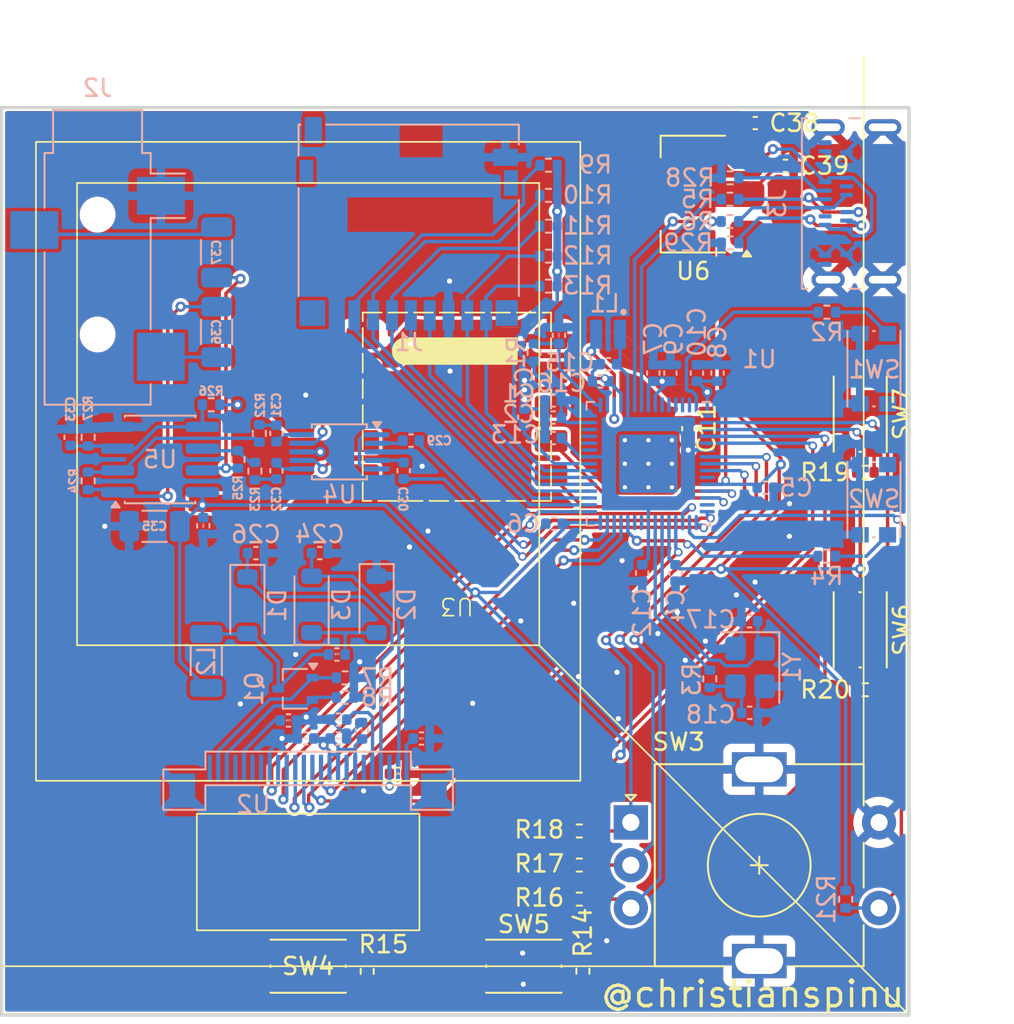
<source format=kicad_pcb>
(kicad_pcb (version 20241229) (generator "pcbnew") (generator_version "9.0")
  (layers (0 "F.Cu" signal) (2 "B.Cu" signal) (13 "F.Paste" user) (15 "B.Paste" user) (5 "F.SilkS" user "F.Silkscreen") (7 "B.SilkS" user "B.Silkscreen") (1 "F.Mask" user) (3 "B.Mask" user) (25 "Edge.Cuts" user))
  (net 0 "")
  (net 1 "+3.3V")
  (net 2 "GND")
  (net 3 "+1V1")
  (net 4 "Net-(U1-VREG_AVDD)")
  (net 5 "Net-(U1-XIN)")
  (net 6 "Net-(C18-Pad1)")
  (net 7 "Net-(U2-VSH2)")
  (net 8 "Net-(U2-VSH1)")
  (net 9 "Net-(U2-VSL)")
  (net 10 "/peripherals/VGL")
  (net 11 "/peripherals/VCOM")
  (net 12 "/peripherals/VGH")
  (net 13 "Net-(D1-A)")
  (net 14 "Net-(D2-A)")
  (net 15 "Net-(C29-Pad2)")
  (net 16 "Net-(C30-Pad2)")
  (net 17 "/peripherals/AMP_LIN")
  (net 18 "Net-(C31-Pad2)")
  (net 19 "/peripherals/AMP_RIN")
  (net 20 "Net-(C32-Pad2)")
  (net 21 "Net-(U5A-+)")
  (net 22 "Net-(C36-Pad1)")
  (net 23 "/peripherals/AMP_LOUT")
  (net 24 "Net-(C37-Pad1)")
  (net 25 "/peripherals/AMP_ROUT")
  (net 26 "/GP21")
  (net 27 "/GP20")
  (net 28 "/GP23")
  (net 29 "/GP25")
  (net 30 "/GP24")
  (net 31 "/GP22")
  (net 32 "+5V")
  (net 33 "/USB_D-")
  (net 34 "Net-(J3-CC2)")
  (net 35 "/USB_D+")
  (net 36 "Net-(J3-CC1)")
  (net 37 "Net-(U1-VREG_LX)")
  (net 38 "/peripherals/RESE")
  (net 39 "/peripherals/GDR")
  (net 40 "Net-(U1-QSPI_SS)")
  (net 41 "Net-(R2-Pad2)")
  (net 42 "Net-(U1-XOUT)")
  (net 43 "Net-(R4-Pad2)")
  (net 44 "Net-(U1-RUN)")
  (net 45 "Net-(U1-USB_DP)")
  (net 46 "Net-(U1-USB_DM)")
  (net 47 "Net-(U5A--)")
  (net 48 "Net-(U5B--)")
  (net 52 "/GP19")
  (net 53 "/GP18")
  (net 63 "/GP16")
  (net 65 "/GP17")
  (net 66 "/GP15")
  (net 71 "/GP14")
  (net 72 "/GP2")
  (net 73 "/GP3")
  (net 74 "/GP4")
  (net 75 "/GP5")
  (net 77 "/GP6")
  (net 78 "/peripherals/FM_LOUT")
  (net 80 "/peripherals/FM_ROUT")
  (net 81 "/peripherals/FM_ANT")
  (net 84 "/peripherals/AUDIO_SEL")
  (net 85 "/GP1")
  (net 86 "/GP0")
  (net 87 "/GP8")
  (net 88 "/GP9")
  (net 89 "/GP11")
  (net 90 "/GP12")
  (net 91 "/GP13")
  (footprint "USER Library:RDA5807M module" (layer "F.Cu") (at 101.49 75.12 180)
    (property "Reference" "U3")
    (property "Value" "~")
  )
  (footprint "Capacitor_SMD:C_0402_1005Metric" (layer "F.Cu") (at 120.68 61.05)
    (property "Reference" "C39")
    (property "Value" "10u")
  )
  (footprint "Button_Switch_SMD:SW_Push_1P1T_NO_CK_KMR2" (layer "F.Cu") (at 125.05 88.15 -90)
    (property "Reference" "SW6")
    (property "Value" "SW_Push")
  )
  (footprint "Button_Switch_SMD:SW_Push_1P1T_NO_CK_KMR2" (layer "F.Cu") (at 105.4 107.8)
    (property "Reference" "SW5")
    (property "Value" "SW_Push")
  )
  (footprint "Resistor_SMD:R_0402_1005Metric" (layer "F.Cu") (at 108.64 99.9 180)
    (property "Reference" "R18")
    (property "Value" "10k")
  )
  (footprint "Capacitor_SMD:C_0402_1005Metric" (layer "F.Cu") (at 115.01 76.4 90)
    (property "Reference" "C11")
    (property "Value" "100n")
  )
  (footprint "Resistor_SMD:R_0402_1005Metric" (layer "F.Cu") (at 125.35 78.95)
    (property "Reference" "R19")
    (property "Value" "10k")
  )
  (footprint "Resistor_SMD:R_0402_1005Metric" (layer "F.Cu") (at 108.64 101.89 180)
    (property "Reference" "R17")
    (property "Value" "10k")
  )
  (footprint "Resistor_SMD:R_0402_1005Metric" (layer "F.Cu") (at 96.25 108.1 90)
    (property "Reference" "R15")
    (property "Value" "10k")
  )
  (footprint "Package_TO_SOT_SMD:SOT-223-3_TabPin2" (layer "F.Cu") (at 115.3 62.7 180)
    (property "Reference" "U6")
    (property "Value" "NCP1117-3.3_SOT223")
  )
  (footprint "Button_Switch_SMD:SW_Push_1P1T_NO_CK_KMR2" (layer "F.Cu") (at 92.8 107.8)
    (property "Reference" "SW4")
    (property "Value" "SW_Push")
  )
  (footprint "Resistor_SMD:R_0402_1005Metric" (layer "F.Cu") (at 108.64 103.88 180)
    (property "Reference" "R16")
    (property "Value" "10k")
  )
  (footprint "Rotary_Encoder:RotaryEncoder_Alps_EC11E-Switch_Vertical_H20mm" (layer "F.Cu") (at 111.65 99.4)
    (property "Reference" "SW3")
    (property "Value" "RotaryEncoder_Switch_MP")
  )
  (footprint "Resistor_SMD:R_0402_1005Metric" (layer "F.Cu") (at 108.85 108.09 90)
    (property "Reference" "R14")
    (property "Value" "10k")
  )
  (footprint "Capacitor_SMD:C_0402_1005Metric" (layer "F.Cu") (at 118.92 58.55)
    (property "Reference" "C38")
    (property "Value" "10u")
  )
  (footprint "Button_Switch_SMD:SW_Push_1P1T_NO_CK_KMR2" (layer "F.Cu") (at 125.05 75.55 -90)
    (property "Reference" "SW7")
    (property "Value" "SW_Push")
  )
  (footprint "Capacitor_SMD:C_0402_1005Metric" (layer "F.Cu") (at 98.03 96.56)
    (property "Reference" "C23")
    (property "Value" "1u")
  )
  (footprint "Resistor_SMD:R_0402_1005Metric" (layer "F.Cu") (at 125.35 91.65)
    (property "Reference" "R20")
    (property "Value" "10k")
  )
  (footprint "Resistor_SMD:R_0402_1005Metric" (layer "B.Cu") (at 116.2625 91.01 -90)
    (property "Reference" "R3")
    (property "Value" "1k")
  )
  (footprint "Capacitor_SMD:C_0402_1005Metric" (layer "B.Cu") (at 107.1125 76.95 180)
    (property "Reference" "C13")
    (property "Value" "100n")
  )
  (footprint "Capacitor_SMD:C_0402_1005Metric" (layer "B.Cu") (at 98.81 77.1 180)
    (property "Reference" "C29")
    (property "Value" "1u")
  )
  (footprint "Resistor_SMD:R_0402_1005Metric" (layer "B.Cu") (at 94.96 92.095)
    (property "Reference" "R8")
    (property "Value" "3")
  )
  (footprint "RP2350_60QFN_minimal:RP2350-QFN-60-1EP_7x7_P0.4mm_EP3.4x3.4mm_ThermalVias" (layer "B.Cu") (at 112.675 78.45 180)
    (property "Reference" "U1")
    (property "Value" "RP2350_60QFN")
  )
  (footprint "Connector_USB:USB_C_Receptacle_Amphenol_124019772112A" (layer "B.Cu") (at 126.2 63.25 -90)
    (property "Reference" "J3")
    (property "Value" "USB_C_Receptacle_USB2.0_14P")
  )
  (footprint "Resistor_SMD:R_0402_1005Metric" (layer "B.Cu") (at 79.95 79.45 -90)
    (property "Reference" "R24")
    (property "Value" "3.9k")
  )
  (footprint "Capacitor_SMD:C_0402_1005Metric" (layer "B.Cu") (at 86.675 82.075 -90)
    (property "Reference" "C34")
    (property "Value" "0.1u")
  )
  (footprint "Resistor_SMD:R_0402_1005Metric" (layer "B.Cu") (at 106.84 66.325)
    (property "Reference" "R12")
    (property "Value" "10k")
  )
  (footprint "Resistor_SMD:R_0402_1005Metric" (layer "B.Cu") (at 106.84 62.775)
    (property "Reference" "R10")
    (property "Value" "10k")
  )
  (footprint "Capacitor_SMD:C_0402_1005Metric" (layer "B.Cu") (at 94.48 89.595 180)
    (property "Reference" "C28")
    (property "Value" "4.7u")
  )
  (footprint "Capacitor_SMD:C_0402_1005Metric" (layer "B.Cu") (at 91.65 93.445)
    (property "Reference" "C19")
    (property "Value" "1u")
  )
  (footprint "Resistor_SMD:R_0402_1005Metric" (layer "B.Cu") (at 117.45 61.75 180)
    (property "Reference" "R28")
    (property "Value" "5k1")
  )
  (footprint "Capacitor_SMD:C_1206_3216Metric" (layer "B.Cu") (at 87.45 70.75 -90)
    (property "Reference" "C36")
    (property "Value" "100u")
  )
  (footprint "RP2350_60QFN_minimal:L_pol_2016" (layer "B.Cu") (at 110.3225 70.8875 180)
    (property "Reference" "L1")
    (property "Value" "3.3u")
  )
  (footprint "Resistor_SMD:R_0402_1005Metric" (layer "B.Cu") (at 106.84 68.075)
    (property "Reference" "R13")
    (property "Value" "10k")
  )
  (footprint "Capacitor_SMD:C_1206_3216Metric" (layer "B.Cu") (at 87.45 66.1 90)
    (property "Reference" "C37")
    (property "Value" "100u")
  )
  (footprint "Capacitor_SMD:C_0402_1005Metric" (layer "B.Cu") (at 107.45 70.95 90)
    (property "Reference" "C14")
    (property "Value" "4.7u")
  )
  (footprint "Resistor_SMD:R_0402_1005Metric" (layer "B.Cu") (at 89.949 76.677824 90)
    (property "Reference" "R22")
    (property "Value" "3.9k")
  )
  (footprint "Capacitor_SMD:C_0402_1005Metric" (layer "B.Cu") (at 94.57 94.495)
    (property "Reference" "C20")
    (property "Value" "1u")
  )
  (footprint "Resistor_SMD:R_0402_1005Metric" (layer "B.Cu") (at 94.96 90.955)
    (property "Reference" "R7")
    (property "Value" "10k")
  )
  (footprint "Capacitor_SMD:C_0402_1005Metric" (layer "B.Cu") (at 112.3125 84.83 -90)
    (property "Reference" "C12")
    (property "Value" "4.7u")
  )
  (footprint "Resistor_SMD:R_0402_1005Metric" (layer "B.Cu") (at 117.44 64.3)
    (property "Reference" "R6")
    (property "Value" "27")
  )
  (footprint "Resistor_SMD:R_0402_1005Metric" (layer "B.Cu") (at 124.2 103.89 90)
    (property "Reference" "R21")
    (property "Value" "10k")
  )
  (footprint "Capacitor_SMD:C_0402_1005Metric" (layer "B.Cu") (at 78.925 76.905 90)
    (property "Reference" "C33")
    (property "Value" "22u")
  )
  (footprint "Package_SO:VSSOP-10_3x3mm_P0.5mm" (layer "B.Cu") (at 94.625 77.755 180)
    (property "Reference" "U4")
    (property "Value" "TS5A23159DGS")
  )
  (footprint "Capacitor_SMD:C_0402_1005Metric" (layer "B.Cu") (at 110.3425 72.6375 180)
    (property "Reference" "C15")
    (property "Value" "4.7u")
  )
  (footprint "Resistor_SMD:R_0402_1005Metric" (layer "B.Cu") (at 123.1 69.6)
    (property "Reference" "R2")
    (property "Value" "1k")
  )
  (footprint "Capacitor_SMD:C_0402_1005Metric" (layer "B.Cu") (at 107.1125 74.75 180)
    (property "Reference" "C1")
    (property "Value" "100n")
  )
  (footprint "Resistor_SMD:R_0402_1005Metric" (layer "B.Cu") (at 88.7 78.2 -90)
    (property "Reference" "R25")
    (property "Value" "3.9k")
  )
  (footprint "Resistor_SMD:R_0402_1005Metric" (layer "B.Cu") (at 87.135 75.005 180)
    (property "Reference" "R26")
    (property "Value" "10k")
  )
  (footprint "Capacitor_SMD:C_0402_1005Metric" (layer "B.Cu") (at 107.1625 81.95 180)
    (property "Reference" "C6")
    (property "Value" "100n")
  )
  (footprint "Diode_SMD:D_SOD-123" (layer "B.Cu") (at 89.25 86.72 -90)
    (property "Reference" "D1")
    (property "Value" "MBR0530")
  )
  (footprint "Resistor_SMD:R_0402_1005Metric" (layer "B.Cu") (at 89.69 78.88 90)
    (property "Reference" "R23")
    (property "Value" "3.9k")
  )
  (footprint "Package_TO_SOT_SMD:SOT-323_SC-70" (layer "B.Cu") (at 92.05 91.595 180)
    (property "Reference" "Q1")
    (property "Value" "Si1308EDL")
  )
  (footprint "Capacitor_SMD:C_0402_1005Metric" (layer "B.Cu") (at 94.58 93.395 180)
    (property "Reference" "C22")
    (property "Value" "1u")
  )
  (footprint "Button_Switch_SMD:SW_Push_1P1T_NO_CK_KMR2" (layer "B.Cu") (at 125.85 80.55 -90)
    (property "Reference" "SW2")
    (property "Value" "SW_Push")
  )
  (footprint "Capacitor_SMD:C_0402_1005Metric" (layer "B.Cu") (at 93.48 83.67)
    (property "Reference" "C24")
    (property "Value" "1u")
  )
  (footprint "Capacitor_SMD:C_0402_1005Metric" (layer "B.Cu") (at 99.42 94.5)
    (property "Reference" "C25")
    (property "Value" "1u")
  )
  (footprint "Package_SO:SOIC-8_3.9x4.9mm_P1.27mm" (layer "B.Cu") (at 84.15 78.2)
    (property "Reference" "U5")
    (property "Value" "TDA1308")
  )
  (footprint "Capacitor_SMD:C_0402_1005Metric" (layer "B.Cu") (at 112.9625 73.15 90)
    (property "Reference" "C7")
    (property "Value" "100n")
  )
  (footprint "Resistor_SMD:R_0402_1005Metric" (layer "B.Cu") (at 117.44 63)
    (property "Reference" "R5")
    (property "Value" "27")
  )
  (footprint "Capacitor_SMD:C_0402_1005Metric" (layer "B.Cu") (at 118.5925 93)
    (property "Reference" "C18")
    (property "Value" "15p")
  )
  (footprint "Capacitor_SMD:C_0402_1005Metric" (layer "B.Cu") (at 90.949 76.677824 90)
    (property "Reference" "C31")
    (property "Value" "1u")
  )
  (footprint "Capacitor_SMD:C_0402_1005Metric" (layer "B.Cu") (at 114.2625 84.83 -90)
    (property "Reference" "C4")
    (property "Value" "100n")
  )
  (footprint "Capacitor_SMD:C_0402_1005Metric" (layer "B.Cu") (at 113.9625 73.15 90)
    (property "Reference" "C9")
    (property "Value" "100n")
  )
  (footprint "Diode_SMD:D_SOD-123" (layer "B.Cu") (at 96.8 86.67 -90)
    (property "Reference" "D2")
    (property "Value" "MBR0530")
  )
  (footprint "Capacitor_SMD:C_0402_1005Metric" (layer "B.Cu") (at 116.7125 73.15 90)
    (property "Reference" "C8")
    (property "Value" "100n")
  )
  (footprint "Diode_SMD:D_SOD-123" (layer "B.Cu") (at 93 86.67 90)
    (property "Reference" "D3")
    (property "Value" "MBR0530")
  )
  (footprint "Capacitor_SMD:C_0402_1005Metric" (layer "B.Cu") (at 119.5125 79.85)
    (property "Reference" "C5")
    (property "Value" "100n")
  )
  (footprint "Capacitor_SMD:C_0402_1005Metric" (layer "B.Cu") (at 89.75 83.67)
    (property "Reference" "C26")
    (property "Value" "1u")
  )
  (footprint "Capacitor_SMD:C_0402_1005Metric" (layer "B.Cu") (at 90.949 78.867824 -90)
    (property "Reference" "C32")
    (property "Value" "1u")
  )
  (footprint "Resistor_SMD:R_0402_1005Metric" (layer "B.Cu") (at 106.84 61.015)
    (property "Reference" "R9")
    (property "Value" "10k")
  )
  (footprint "Crystal:Crystal_SMD_Abracon_ABM8G-4Pin_3.2x2.5mm" (layer "B.Cu") (at 118.6125 90.35 -90)
    (property "Reference" "Y1")
    (property "Value" "Crystal_GND24")
  )
  (footprint "Resistor_SMD:R_0402_1005Metric" (layer "B.Cu") (at 106 71.95 90)
    (property "Reference" "R1")
    (property "Value" "33")
  )
  (footprint "Capacitor_SMD:C_1206_3216Metric" (layer "B.Cu") (at 83.825 82.105 180)
    (property "Reference" "C35")
    (property "Value" "100u")
  )
  (footprint "Resistor_SMD:R_0402_1005Metric" (layer "B.Cu") (at 117.45 65.55 180)
    (property "Reference" "R29")
    (property "Value" "5k1")
  )
  (footprint "Connector_Audio:Jack_3.5mm_CUI_SJ-3523-SMT_Horizontal" (layer "B.Cu") (at 80.5 66.4 180)
    (property "Reference" "J2")
    (property "Value" "AudioJack3")
  )
  (footprint "Button_Switch_SMD:SW_Push_1P1T_NO_CK_KMR2" (layer "B.Cu") (at 125.85 72.9 -90)
    (property "Reference" "SW1")
    (property "Value" "SW_Push")
  )
  (footprint "USER Library:FPC_24_TOP_CONTACTS" (layer "B.Cu") (at 92.8 96.245 180)
    (property "Reference" "U2")
    (property "Value" "~")
  )
  (footprint "Capacitor_SMD:C_0402_1005Metric" (layer "B.Cu") (at 109.88 73.6375 180)
    (property "Reference" "C16")
    (property "Value" "4.7u")
  )
  (footprint "Capacitor_SMD:C_0402_1005Metric" (layer "B.Cu") (at 92.65 94.495 180)
    (property "Reference" "C27")
    (property "Value" "4.7u")
  )
  (footprint "Resistor_SMD:R_0402_1005Metric" (layer "B.Cu") (at 79.95 76.9 90)
    (property "Reference" "R27")
    (property "Value" "10k")
  )
  (footprint "Capacitor_SMD:C_0402_1005Metric" (layer "B.Cu") (at 107.1125 75.75 180)
    (property "Reference" "C2")
    (property "Value" "100n")
  )
  (footprint "Capacitor_SMD:C_0402_1005Metric" (layer "B.Cu") (at 118.5825 87.65 180)
    (property "Reference" "C17")
    (property "Value" "15p")
  )
  (footprint "Connector_Card:microSD_HC_Hirose_DM3D-SF" (layer "B.Cu") (at 98.675 64.425 180)
    (property "Reference" "J1")
    (property "Value" "Micro_SD_Card")
  )
  (footprint "Capacitor_SMD:C_0402_1005Metric" (layer "B.Cu") (at 105.43 75.73 90)
    (property "Reference" "C3")
    (property "Value" "100n")
  )
  (footprint "Capacitor_SMD:C_0402_1005Metric" (layer "B.Cu") (at 115.5125 73.15 90)
    (property "Reference" "C10")
    (property "Value" "100n")
  )
  (footprint "Resistor_SMD:R_0402_1005Metric" (layer "B.Cu") (at 123.09 83.85)
    (property "Reference" "R4")
    (property "Value" "1k")
  )
  (footprint "Inductor_SMD:L_1206_3216Metric" (layer "B.Cu") (at 86.85 89.97 90)
    (property "Reference" "L2")
    (property "Value" "10u")
  )
  (footprint "Capacitor_SMD:C_0402_1005Metric" (layer "B.Cu") (at 98.38 78.86 90)
    (property "Reference" "C30")
    (property "Value" "1u")
  )
  (footprint "Capacitor_SMD:C_0402_1005Metric" (layer "B.Cu") (at 95.95 94.045 90)
    (property "Reference" "C21")
    (property "Value" "1u")
  )
  (footprint "Resistor_SMD:R_0402_1005Metric" (layer "B.Cu") (at 106.84 64.575)
    (property "Reference" "R11")
    (property "Value" "10k")
  )
  (gr_line (start 125.25 96) (end 125.25 54.6) (stroke (width 0.1)) (layer "F.SilkS"))
  (gr_rect (start 86.3 98.9) (end 99.3 105.7) (stroke (width 0.1)) (fill no) (layer "F.SilkS"))
  (gr_line (start 113.05 107.8) (end 74.9 107.8) (stroke (width 0.1)) (layer "F.SilkS"))
  (gr_rect (start 79.3 62.05) (end 106.3 89.05) (stroke (width 0.1)) (fill no) (layer "F.SilkS"))
  (gr_rect (start 76.9 59.65) (end 108.7 96.97) (stroke (width 0.1)) (fill no) (layer "F.SilkS"))
  (gr_line (start 106.3 89.05) (end 127.9 110.65) (stroke (width 0.1)) (layer "F.SilkS"))
  (gr_rect (start 74.9 57.65) (end 127.9 110.65) (stroke (width 0.2)) (fill no) (layer "Edge.Cuts"))
  (gr_text "@christianspinu" (at 109.77 110.3 0) (layer "F.SilkS") (effects (font (size 1.5 1.5) (thickness 0.2)) (justify left bottom)))
  (segment (start 108.63 107.8) (end 108.85 107.58) (width 0.2) (layer "F.Cu") (net 1))
  (segment (start 120.41 78.49) (end 120.41 78.122039) (width 0.2) (layer "F.Cu") (net 1))
  (segment (start 98.8 71.45) (end 98.066 72.184) (width 0.2) (layer "F.Cu") (net 1))
  (segment (start 117.19 75.3475) (end 116.1125 74.27) (width 0.2) (layer "F.Cu") (net 1))
  (segment (start 102.559265 85.969265) (end 102.559265 86.010735) (width 0.2) (layer "F.Cu") (net 1))
  (segment (start 117.19 79.43) (end 117.19 75.3475) (width 0.2) (layer "F.Cu") (net 1))
  (segment (start 106.99 71.12) (end 99.13 71.12) (width 0.2) (layer "F.Cu") (net 1))
  (segment (start 113.48 73.63) (end 110.97 71.12) (width 0.2) (layer "F.Cu") (net 1))
  (segment (start 108.85 104.6) (end 108.13 103.88) (width 0.2) (layer "F.Cu") (net 1))
  (segment (start 118.45 62.7) (end 118.55 62.7) (width 0.2) (layer "F.Cu") (net 1))
  (segment (start 93.515487 77.755001) (end 91.435001 77.755001) (width 0.2) (layer "F.Cu") (net 1))
  (segment (start 116.92 84.45) (end 120.319 81.051) (width 0.2) (layer "F.Cu") (net 1))
  (segment (start 116.557961 74.27) (end 116.1125 74.27) (width 0.2) (layer "F.Cu") (net 1))
  (segment (start 99.13 71.12) (end 98.8 71.45) (width 0.2) (layer "F.Cu") (net 1))
  (segment (start 108.13 103.88) (end 108.13 101.89) (width 0.2) (layer "F.Cu") (net 1))
  (segment (start 114.12 74.27) (end 113.48 73.63) (width 0.2) (layer "F.Cu") (net 1))
  (segment (start 102.559265 86.010735) (end 93.701 94.869) (width 0.2) (layer "F.Cu") (net 1))
  (segment (start 110.129999 73.472817) (end 109.365306 73.472817) (width 0.2) (layer "F.Cu") (net 1))
  (segment (start 124.84 91.65) (end 125.05 91.44) (width 0.2) (layer "F.Cu") (net 1))
  (segment (start 108.7215 71.1385) (end 108.74 71.12) (width 0.2) (layer "F.Cu") (net 1))
  (segment (start 98.066 72.184) (end 91.496 72.184) (width 0.2) (layer "F.Cu") (net 1))
  (segment (start 116.92 84.59) (end 116.92 84.45) (width 0.2) (layer "F.Cu") (net 1))
  (segment (start 96.46 107.8) (end 108.63 107.8) (width 0.2) (layer "F.Cu") (net 1))
  (segment (start 118.55 62.7) (end 120.2 61.05) (width 0.2) (layer "F.Cu") (net 1))
  (segment (start 107.35 68.983074) (end 105.203011 71.130063) (width 0.2) (layer "F.Cu") (net 1))
  (segment (start 125.05 79.16) (end 124.84 78.95) (width 0.2) (layer "F.Cu") (net 1))
  (segment (start 120.41 78.122039) (end 116.557961 74.27) (width 0.2) (layer "F.Cu") (net 1))
  (segment (start 93.515487 77.755001) (end 90.410488 80.86) (width 0.2) (layer "F.Cu") (net 1))
  (segment (start 125.05 84.59) (end 125.05 79.16) (width 0.2) (layer "F.Cu") (net 1))
  (segment (start 116.1125 74.27) (end 114.12 74.27) (width 0.2) (layer "F.Cu") (net 1))
  (segment (start 120.319 81.051) (end 120.319 78.581) (width 0.2) (layer "F.Cu") (net 1))
  (segment (start 107.35 67.21) (end 107.35 68.983074) (width 0.2) (layer "F.Cu") (net 1))
  (segment (start 96.25 107.59) (end 96.46 107.8) (width 0.2) (layer "F.Cu") (net 1))
  (segment (start 110.97 71.12) (end 108.74 71.12) (width 0.2) (layer "F.Cu") (net 1))
  (segment (start 107.35 63.71) (end 107.35 67.21) (width 0.2) (layer "F.Cu") (net 1))
  (segment (start 108.13 101.89) (end 108.13 99.9) (width 0.2) (layer "F.Cu") (net 1))
  (segment (start 108.85 107.58) (end 108.85 104.6) (width 0.2) (layer "F.Cu") (net 1))
  (segment (start 91.496 72.184) (end 88.68 75) (width 0.2) (layer "F.Cu") (net 1))
  (segment (start 109.365306 73.472817) (end 108.7215 72.829011) (width 0.2) (layer "F.Cu") (net 1))
  (segment (start 120.319 78.581) (end 120.41 78.49) (width 0.2) (layer "F.Cu") (net 1))
  (segment (start 108.74 71.12) (end 106.99 71.12) (width 0.2) (layer "F.Cu") (net 1))
  (segment (start 108.7215 72.829011) (end 108.7215 71.1385) (width 0.2) (layer "F.Cu") (net 1))
  (segment (start 108.13 99.9) (end 108.13 98.368527) (width 0.2) (layer "F.Cu") (net 1))
  (segment (start 90.410488 80.86) (end 86.625 80.86) (width 0.2) (layer "F.Cu") (net 1))
  (segment (start 91.435001 77.755001) (end 88.68 75) (width 0.2) (layer "F.Cu") (net 1))
  (segment (start 125.05 91.44) (end 125.05 84.59) (width 0.2) (layer "F.Cu") (net 1))
  (segment (start 108.13 98.368527) (end 111.05 95.448527) (width 0.2) (layer "F.Cu") (net 1))
  (via (at 116.1125 74.27) (size 0.6) (drill 0.3) (layers "F.Cu" "B.Cu") (net 1))
  (via (at 86.625 80.86) (size 0.6) (drill 0.3) (layers "F.Cu" "B.Cu") (net 1))
  (via (at 120.41 78.49) (size 0.6) (drill 0.3) (layers "F.Cu" "B.Cu") (net 1))
  (via (at 88.68 75) (size 0.6) (drill 0.3) (layers "F.Cu" "B.Cu") (net 1))
  (via (at 113.48 73.63) (size 0.6) (drill 0.3) (layers "F.Cu" "B.Cu") (net 1))
  (via (at 107.35 67.21) (size 0.6) (drill 0.3) (layers "F.Cu" "B.Cu") (net 1))
  (via (at 105.203011 71.130063) (size 0.6) (drill 0.3) (layers "F.Cu" "B.Cu") (net 1))
  (via (at 98.8 71.45) (size 0.6) (drill 0.3) (layers "F.Cu" "B.Cu") (net 1))
  (via (at 110.129999 73.472817) (size 0.5) (drill 0.3) (layers "F.Cu" "B.Cu") (net 1))
  (via (at 111.05 95.448527) (size 0.6) (drill 0.3) (layers "F.Cu" "B.Cu") (net 1))
  (via (at 117.19 79.43) (size 0.5) (drill 0.3) (layers "F.Cu" "B.Cu") (net 1))
  (via (at 116.92 84.59) (size 0.6) (drill 0.3) (layers "F.Cu" "B.Cu") (net 1))
  (via (at 107.35 63.71) (size 0.6) (drill 0.3) (layers "F.Cu" "B.Cu") (net 1))
  (via (at 93.701 94.869) (size 0.6) (drill 0.3) (layers "F.Cu" "B.Cu") (net 1))
  (via (at 125.05 84.59) (size 0.6) (drill 0.3) (layers "F.Cu" "B.Cu") (net 1))
  (via (at 93.515487 77.755001) (size 0.6) (drill 0.3) (layers "F.Cu" "B.Cu") (net 1))
  (via (at 102.559265 85.969265) (size 0.6) (drill 0.3) (layers "F.Cu" "B.Cu") (net 1))
  (segment (start 107.5925 75.75) (end 107.5925 74.75) (width 0.2) (layer "B.Cu") (net 1))
  (segment (start 107.35 63.71) (end 107.35 64.575) (width 0.2) (layer "B.Cu") (net 1))
  (segment (start 124.2 91.57) (end 117.22 84.59) (width 0.2) (layer "B.Cu") (net 1))
  (segment (start 85.3 82.105) (end 85.3 89.995) (width 0.2) (layer "B.Cu") (net 1))
  (segment (start 86.625 80.78) (end 86.625 80.105) (width 0.2) (layer "B.Cu") (net 1))
  (segment (start 88.675 75.005) (end 88.68 75) (width 0.2) (layer "B.Cu") (net 1))
  (segment (start 115.5125 73.65) (end 115.5125 73.63) (width 0.2) (layer "B.Cu") (net 1))
  (segment (start 95.55 95.17) (end 95.55 94.925) (width 0.2) (layer "B.Cu") (net 1))
  (segment (start 105.203011 72.063011) (end 106 72.86) (width 0.2) (layer "B.Cu") (net 1))
  (segment (start 119.05 79.85) (end 120.41 78.49) (width 0.2) (layer "B.Cu") (net 1))
  (segment (start 94.05 94.535) (end 94.09 94.495) (width 0.2) (layer "B.Cu") (net 1))
  (segment (start 116.1125 79.65) (end 116.97 79.65) (width 0.2) (layer "B.Cu") (net 1))
  (segment (start 109.875 81.8875) (end 108.082852 81.8875) (width 0.2) (layer "B.Cu") (net 1))
  (segment (start 118.8325 79.65) (end 116.1125 79.65) (width 0.2) (layer "B.Cu") (net 1))
  (segment (start 85.3 82.105) (end 86.625 80.78) (width 0.2) (layer "B.Cu") (net 1))
  (segment (start 93.327 94.495) (end 93.13 94.495) (width 0.2) (layer "B.Cu") (net 1))
  (segment (start 107.35 68.983074) (end 107.35 68.075) (width 0.2) (layer "B.Cu") (net 1))
  (segment (start 116.1125 74.27) (end 116.1125 75.65) (width 0.2) (layer "B.Cu") (net 1))
  (segment (start 107.35 66.325) (end 107.35 67.21) (width 0.2) (layer "B.Cu") (net 1))
  (segment (start 95.55 96.245) (end 95.55 95.17) (width 0.2) (layer "B.Cu") (net 1))
  (segment (start 105.43 76.21) (end 104.819 75.599) (width 0.2) (layer "B.Cu") (net 1))
  (segment (start 112.675 75.0125) (end 112.675 73.9175) (width 0.2) (layer "B.Cu") (net 1))
  (segment (start 109.2375 76.05) (end 107.8925 76.05) (width 0.2) (layer "B.Cu") (net 1))
  (segment (start 110.195317 73.472817) (end 110.36 73.6375) (width 0.2) (layer "B.Cu") (net 1))
  (segment (start 116.92 84.59) (end 114.5025 84.59) (width 0.2) (layer "B.Cu") (net 1))
  (segment (start 107.35 62.775) (end 107.35 63.71) (width 0.2) (layer "B.Cu") (net 1))
  (segment (start 107.35 67.21) (end 107.35 68.075) (width 0.2) (layer "B.Cu") (net 1))
  (segment (start 94.05 95.218) (end 93.701 94.869) (width 0.2) (layer "B.Cu") (net 1))
  (segment (start 95.55 94.925) (end 95.95 94.525) (width 0.2) (layer "B.Cu") (net 1))
  (segment (start 125.05 84.59) (end 116.92 84.59) (width 0.2) (layer "B.Cu") (net 1))
  (segment (start 119.0325 79.85) (end 119.05 79.85) (width 0.2) (layer "B.Cu") (net 1))
  (segment (start 112.675 73.9175) (end 112.9625 73.63) (width 0.2) (layer "B.Cu") (net 1))
  (segment (start 105.43 76.68505) (end 105.43 76.21) (width 0.2) (layer "B.Cu") (net 1))
  (segment (start 114.2625 84.35) (end 113.875 83.9625) (width 0.2) (layer "B.Cu") (net 1))
  (segment (start 108.082852 81.8875) (end 104.001087 85.969265) (width 0.2) (layer "B.Cu") (net 1))
  (segment (start 94.05 96.245) (end 94.05 95.445) (width 0.2) (layer "B.Cu") (net 1))
  (segment (start 92.425 77.755) (end 93.515487 77.755001) (width 0.2) (layer "B.Cu") (net 1))
  (segment (start 86.625 80.105) (end 86.625 80.86) (width 0.2) (layer "B.Cu") (net 1))
  (segment (start 94.05 95.445) (end 94.55 95.445) (width 0.2) (layer "B.Cu") (net 1))
  (segment (start 98.8 69.775) (end 98.8 71.45) (width 0.2) (layer "B.Cu") (net 1))
  (segment (start 112.9625 73.63) (end 113.48 73.63) (width 0.2) (layer "B.Cu") (net 1))
  (segment (start 115.5125 73.63) (end 116.1125 74.23) (width 0.2) (layer "B.Cu") (net 1))
  (segment (start 94.55 94.955) (end 94.09 94.495) (width 0.2) (layer "B.Cu") (net 1))
  (segment (start 111.249 95.249527) (end 111.249 94.659) (width 0.2) (layer "B.Cu") (net 1))
  (segment (start 94.05 95.445) (end 94.05 95.218) (width 0.2) (layer "B.Cu") (net 1))
  (segment (start 124.2 103.38) (end 124.2 91.57) (width 0.2) (layer "B.Cu") (net 1))
  (segment (start 86.625 81.545) (end 86.675 81.595) (width 0.2) (layer "B.Cu") (net 1))
  (segment (start 94.55 95.17) (end 94.55 94.955) (width 0.2) (layer "B.Cu") (net 1))
  (segment (start 116.7125 73.63) (end 115.5125 73.63) (width 0.2) (layer "B.Cu") (net 1))
  (segment (start 95.55 95.17) (end 95.524 95.144) (width 0.2) (layer "B.Cu") (net 1))
  (segment (start 86.625 80.105) (end 86.625 80.155) (width 0.2) (layer "B.Cu") (net 1))
  (segment (start 105.203011 71.130063) (end 105.203011 72.063011) (width 0.2) (layer "B.Cu") (net 1))
  (segment (start 114.5025 84.59) (end 114.2625 84.35) (width 0.2) (layer "B.Cu") (net 1))
  (segment (start 94.576 95.144) (end 94.55 95.17) (width 0.2) (layer "B.Cu") (net 1))
  (segment (start 102.559265 85.969265) (end 102.389265 85.969265) (width 0.2) (layer "B.Cu") (net 1))
  (segment (start 105.203011 71.130063) (end 107.35 68.983074) (width 0.2) (layer "B.Cu") (net 1))
  (segment (start 109.875 81.8875) (end 107.705 81.8875) (width 0.2) (layer "B.Cu") (net 1))
  (segment (start 104.819 75.599) (end 104.819 71.514074) (width 0.2) (layer "B.Cu") (net 1))
  (segment (start 113.075 74.4375) (end 113.075 75.0125) (width 0.2) (layer "B.Cu") (net 1))
  (segment (start 111.075 74.3525) (end 110.36 73.6375) (width 0.2) (layer "B.Cu") (net 1))
  (segment (start 107.705 81.8875) (end 107.6425 81.95) (width 0.2) (layer "B.Cu") (net 1))
  (segment (start 95.524 95.144) (end 94.576 95.144) (width 0.2) (layer "B.Cu") (net 1))
  (segment (start 110.129999 73.472817) (end 110.195317 73.472817) (width 0.2) (layer "B.Cu") (net 1))
  (segment (start 104.819 71.514074) (end 105.203011 71.130063) (width 0.2) (layer "B.Cu") (net 1))
  (segment (start 85.3 89.995) (end 86.85 91.545) (width 0.2) (layer "B.Cu") (net 1))
  (segment (start 106 73.1575) (end 107.5925 74.75) (width 0.2) (layer "B.Cu") (net 1))
  (segment (start 97.28 80.86) (end 86.625 80.86) (width 0.2) (layer "B.Cu") (net 1))
  (segment (start 106 72.86) (end 106 72.46) (width 0.2) (layer "B.Cu") (net 1))
  (segment (start 116.1125 74.23) (end 116.1125 74.27) (width 0.2) (layer "B.Cu") (net 1))
  (segment (start 113.875 83.9625) (end 113.875 81.8875) (width 0.2) (layer "B.Cu") (net 1))
  (segment (start 107.35 61.015) (end 107.35 62.775) (width 0.2) (layer "B.Cu") (net 1))
  (segment (start 94.09 94.495) (end 93.13 94.495) (width 0.2) (layer "B.Cu") (net 1))
  (segment (start 102.389265 85.969265) (end 97.28 80.86) (width 0.2) (layer "B.Cu") (net 1))
  (segment (start 116.97 79.65) (end 117.19 79.43) (width 0.2) (layer "B.Cu") (net 1))
  (segment (start 106 72.46) (end 106 73.1575) (width 0.2) (layer "B.Cu") (net 1))
  (segment (start 108.4925 75.65) (end 107.5925 74.75) (width 0.2) (layer "B.Cu") (net 1))
  (segment (start 113.9625 73.63) (end 113.8825 73.63) (width 0.2) (layer "B.Cu") (net 1))
  (segment (start 94.55 95.445) (end 94.55 95.17) (width 0.2) (layer "B.Cu") (net 1))
  (segment (start 113.8825 73.63) (end 113.075 74.4375) (width 0.2) (layer "B.Cu") (net 1))
  (segment (start 107.35 64.575) (end 107.35 66.325) (width 0.2) (layer "B.Cu") (net 1))
  (segment (start 111.05 95.448527) (end 111.249 95.249527) (width 0.2) (layer "B.Cu") (net 1))
  (segment (start 86.625 80.86) (end 86.625 81.545) (width 0.2) (layer "B.Cu") (net 1))
  (segment (start 87.645 75.005) (end 88.675 75.005) (width 0.2) (layer "B.Cu") (net 1))
  (segment (start 109.2375 75.65) (end 108.4925 75.65) (width 0.2) (layer "B.Cu") (net 1))
  (segment (start 111.249 94.659) (end 102.559265 85.969265) (width 0.2) (layer "B.Cu") (net 1))
  (segment (start 107.8925 76.05) (end 107.5925 75.75) (width 0.2) (layer "B.Cu") (net 1))
  (segment (start 86.625 80.155) (end 86.6 80.18) (width 0.2) (layer "B.Cu") (net 1))
  (segment (start 109.2375 78.45) (end 107.19495 78.45) (width 0.2) (layer "B.Cu") (net 1))
  (segment (start 119.0325 79.85) (end 118.8325 79.65) (width 0.2) (layer "B.Cu") (net 1))
  (segment (start 107.19495 78.45) (end 105.43 76.68505) (width 0.2) (layer "B.Cu") (net 1))
  (segment (start 93.701 94.869) (end 93.327 94.495) (width 0.2) (layer "B.Cu") (net 1))
  (segment (start 94.55 96.245) (end 94.55 95.445) (width 0.2) (layer "B.Cu") (net 1))
  (segment (start 117.22 84.59) (end 116.92 84.59) (width 0.2) (layer "B.Cu") (net 1))
  (segment (start 104.001087 85.969265) (end 102.559265 85.969265) (width 0.2) (layer "B.Cu") (net 1))
  (segment (start 113.48 73.63) (end 113.9625 73.63) (width 0.2) (layer "B.Cu") (net 1))
  (segment (start 111.075 75.0125) (end 111.075 74.3525) (width 0.2) (layer "B.Cu") (net 1))
  (via (at 114.83 89.93) (size 0.5) (drill 0.3) (layers "F.Cu" "B.Cu") (net 2))
  (via (at 114.37 87.12) (size 0.5) (drill 0.3) (layers "F.Cu" "B.Cu") (net 2))
  (via (at 110.84 90.63) (size 0.5) (drill 0.3) (layers "F.Cu" "B.Cu") (net 2))
  (via (at 105.37 108.85) (size 0.5) (drill 0.3) (layers "F.Cu" "B.Cu") (net 2))
  (via (at 110.24 106.31) (size 0.5) (drill 0.3) (layers "F.Cu" "B.Cu") (net 2))
  (via (at 105.44 74.13) (size 0.6) (drill 0.3) (layers "F.Cu" "B.Cu") (net 2))
  (via (at 117.82 86.11) (size 0.5) (drill 0.3) (layers "F.Cu" "B.Cu") (net 2))
  (via (at 101.09 73.04) (size 0.6) (drill 0.3) (layers "F.Cu" "B.Cu") (net 2))
  (via (at 116.01 88.81) (size 0.5) (drill 0.3) (layers "F.Cu" "B.Cu") (net 2))
  (via (at 91.273 94.495) (size 0.6) (drill 0.3) (layers "F.Cu" "B.Cu") (net 2))
  (via (at 95.81 90.02) (size 0.6) (drill 0.3) (layers "F.Cu" "B.Cu") (net 2))
  (via (at 120.91 82.69) (size 0.6) (drill 0.3) (layers "F.Cu" "B.Cu") (net 2))
  (via (at 120.92 80.78) (size 0.6) (drill 0.3) (layers "F.Cu" "B.Cu") (net 2))
  (via (at 88.84 92.48) (size 0.6) (drill 0.3) (layers "F.Cu" "B.Cu") (net 2))
  (via (at 105.44 74.68) (size 0.5) (drill 0.3) (layers "F.Cu" "B.Cu") (net 2))
  (via (at 111.14 84.11) (size 0.5) (drill 0.3) (layers "F.Cu" "B.Cu") (net 2))
  (via (at 102.41 92.44) (size 0.6) (drill 0.3) (layers "F.Cu" "B.Cu") (net 2))
  (via (at 92.66 74.44) (size 0.6) (drill 0.3) (layers "F.Cu" "B.Cu") (net 2))
  (via (at 99.8 82.38) (size 0.6) (drill 0.3) (layers "F.Cu" "B.Cu") (net 2))
  (via (at 105.33 107.03) (size 0.5) (drill 0.3) (layers "F.Cu" "B.Cu") (net 2))
  (via (at 110.92 93.34) (size 0.5) (drill 0.3) (layers "F.Cu" "B.Cu") (net 2))
  (via (at 105.22 87.63) (size 0.5) (drill 0.3) (layers "F.Cu" "B.Cu") (net 2))
  (via (at 80.92 82.1) (size 0.6) (drill 0.3) (layers "F.Cu" "B.Cu") (net 2))
  (via (at 118.91 85.36) (size 0.6) (drill 0.3) (layers "F.Cu" "B.Cu") (net 2))
  (via (at 108.31 86.6) (size 0.6) (drill 0.3) (layers "F.Cu" "B.Cu") (net 2))
  (via (at 96.04 97.56) (size 0.5) (drill 0.3) (layers "F.Cu" "B.Cu") (net 2))
  (via (at 92.07 89.59) (size 0.6) (drill 0.3) (layers "F.Cu" "B.Cu") (net 2))
  (via (at 99.46 78.6) (size 0.6) (drill 0.3) (layers "F.Cu" "B.Cu") (net 2))
  (via (at 92.69 93.25) (size 0.6) (drill 0.3) (layers "F.Cu" "B.Cu") (net 2))
  (via (at 101.06 67.78) (size 0.6) (drill 0.3) (layers "F.Cu" "B.Cu") (net 2))
  (via (at 108.59 90.88) (size 0.5) (drill 0.3) (layers "F.Cu" "B.Cu") (net 2))
  (via (at 98.72 83.31) (size 0.6) (drill 0.3) (layers "F.Cu" "B.Cu") (net 2))
  (via (at 113.23 88.37) (size 0.5) (drill 0.3) (layers "F.Cu" "B.Cu") (net 2))
  (via (at 105.44 73.58) (size 0.5) (drill 0.3) (layers "F.Cu" "B.Cu") (net 2))
  (segment (start 119.0725 91.84) (end 119.4625 91.45) (width 0.2) (layer "B.Cu") (net 2))
  (segment (start 110.035 72.81) (end 109.8625 72.6375) (width 0.2) (layer "B.Cu") (net 2))
  (segment (start 106.6125 75.25) (end 106.6325 75.27) (width 0.2) (layer "B.Cu") (net 2))
  (segment (start 109.4 73.1) (end 109.8625 72.6375) (width 0.2) (layer "B.Cu") (net 2))
  (segment (start 105.43 75.25) (end 106.6125 75.25) (width 0.2) (layer "B.Cu") (net 2))
  (segment (start 106.6825 81.95) (end 106.0425 82.59) (width 0.2) (layer "B.Cu") (net 2))
  (segment (start 95.05 96.245) (end 95.05 97.272) (width 0.2) (layer "B.Cu") (net 2))
  (segment (start 119.0725 93) (end 119.0725 91.84) (width 0.2) (layer "B.Cu") (net 2))
  (segment (start 109.4 73.6375) (end 109.4 73.1) (width 0.2) (layer "B.Cu") (net 2))
  (segment (start 91.273 94.495) (end 92.17 94.495) (width 0.2) (layer "B.Cu") (net 2))
  (segment (start 90.55 96.245) (end 90.55 95.218) (width 0.2) (layer "B.Cu") (net 2))
  (segment (start 106.6325 75.75) (end 106.6325 76.95) (width 0.2) (layer "B.Cu") (net 2))
  (segment (start 110.0485 74.2485) (end 110.011 74.2485) (width 0.2) (layer "B.Cu") (net 2))
  (segment (start 118.1025 87.65) (end 118.1025 88.91) (width 0.2) (layer "B.Cu") (net 2))
  (segment (start 106.6325 75.27) (end 106.6325 74.75) (width 0.2) (layer "B.Cu") (net 2))
  (segment (start 119.4625 90.95) (end 119.4625 91.45) (width 0.2) (layer "B.Cu") (net 2))
  (segment (start 95.95 93.565) (end 95.05 94.465) (width 0.2) (layer "B.Cu") (net 2))
  (segment (start 95.05 97.272) (end 95.458 97.68) (width 0.2) (layer "B.Cu") (net 2))
  (segment (start 94.1 93.395) (end 95.4 92.095) (width 0.2) (layer "B.Cu") (net 2))
  (segment (start 95.05 94.495) (end 95.05 94.345) (width 0.2) (layer "B.Cu") (net 2))
  (segment (start 118.1025 88.91) (end 117.7625 89.25) (width 0.2) (layer "B.Cu") (net 2))
  (segment (start 95.458 97.68) (end 95.91 97.68) (width 0.2) (layer "B.Cu") (net 2))
  (segment (start 95.05 94.465) (end 95.05 94.495) (width 0.2) (layer "B.Cu") (net 2))
  (segment (start 95.05 94.345) (end 94.1 93.395) (width 0.2) (layer "B.Cu") (net 2))
  (segment (start 79.95 76.39) (end 81.58 76.39) (width 0.2) (layer "B.Cu") (net 2))
  (segment (start 115.5125 72.67) (end 116.7125 72.67) (width 0.2) (layer "B.Cu") (net 2))
  (segment (start 110.275 75.0125) (end 110.275 74.475) (width 0.2) (layer "B.Cu") (net 2))
  (segment (start 81.58 76.39) (end 81.675 76.295) (width 0.2) (layer "B.Cu") (net 2))
  (segment (start 110.011 74.2485) (end 109.4 73.6375) (width 0.2) (layer "B.Cu") (net 2))
  (segment (start 90.55 95.218) (end 91.273 94.495) (width 0.2) (layer "B.Cu") (net 2))
  (segment (start 95.4 92.095) (end 95.47 92.095) (width 0.2) (layer "B.Cu") (net 2))
  (segment (start 110.275 74.475) (end 110.0485 74.2485) (width 0.2) (layer "B.Cu") (net 2))
  (segment (start 106.0425 82.59) (end 105.53 82.59) (width 0.2) (layer "B.Cu") (net 2))
  (segment (start 106.6325 75.75) (end 106.6325 75.27) (width 0.2) (layer "B.Cu") (net 2))
  (segment (start 115.01 77.65) (end 115.01 76.88) (width 0.2) (layer "F.Cu") (net 3))
  (via (at 115.01 77.65) (size 0.6) (drill 0.3) (layers "F.Cu" "B.Cu") (net 3))
  (segment (start 108.6925 78.05) (end 107.5925 76.95) (width 0.2) (layer "B.Cu") (net 3))
  (segment (start 116.1125 77.65) (end 115.01 77.65) (width 0.2) (layer "B.Cu") (net 3))
  (segment (start 112.675 83.9875) (end 112.675 81.8875) (width 0.2) (layer "B.Cu") (net 3))
  (segment (start 111.0225 70.8875) (end 111.0225 72.4375) (width 0.2) (layer "B.Cu") (net 3))
  (segment (start 111.475 75.0125) (end 111.475 73.29) (width 0.2) (layer "B.Cu") (net 3))
  (segment (start 109.2375 78.05) (end 108.6925 78.05) (width 0.2) (layer "B.Cu") (net 3))
  (segment (start 112.3625 84.35) (end 112.1625 84.35) (width 0.2) (layer "B.Cu") (net 3))
  (segment (start 112.3125 84.35) (end 112.675 83.9875) (width 0.2) (layer "B.Cu") (net 3))
  (segment (start 111.0225 72.4375) (end 110.8225 72.6375) (width 0.2) (layer "B.Cu") (net 3))
  (segment (start 111.475 73.29) (end 110.8225 72.6375) (width 0.2) (layer "B.Cu") (net 3))
  (segment (start 109.875 75.0125) (end 109.6025 75.0125) (width 0.2) (layer "B.Cu") (net 4))
  (segment (start 109.6025 75.0125) (end 107.45 72.86) (width 0.2) (layer "B.Cu") (net 4))
  (segment (start 106.01 71.43) (end 106 71.44) (width 0.2) (layer "B.Cu") (net 4))
  (segment (start 107.45 72.86) (end 107.45 71.43) (width 0.2) (layer "B.Cu") (net 4))
  (segment (start 107.45 71.43) (end 106.01 71.43) (width 0.2) (layer "B.Cu") (net 4))
  (segment (start 118.4615 90.251) (end 119.4625 89.25) (width 0.2) (layer "B.Cu") (net 5))
  (segment (start 116.85534 89.929) (end 117.17734 90.251) (width 0.2) (layer "B.Cu") (net 5))
  (segment (start 116.2915 89.929) (end 116.85534 89.929) (width 0.2) (layer "B.Cu") (net 5))
  (segment (start 119.0625 87.65) (end 119.0625 88.85) (width 0.2) (layer "B.Cu") (net 5))
  (segment (start 113.475 81.8875) (end 113.475 87.1125) (width 0.2) (layer "B.Cu") (net 5))
  (segment (start 119.0625 88.85) (end 119.4625 89.25) (width 0.2) (layer "B.Cu") (net 5))
  (segment (start 117.17734 90.251) (end 118.4615 90.251) (width 0.2) (layer "B.Cu") (net 5))
  (segment (start 113.475 87.1125) (end 116.2915 89.929) (width 0.2) (layer "B.Cu") (net 5))
  (segment (start 118.1125 93) (end 118.1125 91.8) (width 0.2) (layer "B.Cu") (net 6))
  (segment (start 118.1125 91.8) (end 117.7625 91.45) (width 0.2) (layer "B.Cu") (net 6))
  (segment (start 117.7125 91.5) (end 117.7625 91.45) (width 0.2) (layer "B.Cu") (net 6))
  (segment (start 117.7625 91.45) (end 116.3325 91.45) (width 0.2) (layer "B.Cu") (net 6))
  (segment (start 118.0625 93.05) (end 118.1125 93) (width 0.2) (layer "B.Cu") (net 6))
  (segment (start 116.3325 91.45) (end 116.2625 91.52) (width 0.2) (layer "B.Cu") (net 6))
  (segment (start 89.05 95.218) (end 90.823 93.445) (width 0.2) (layer "B.Cu") (net 7))
  (segment (start 90.823 93.445) (end 91.17 93.445) (width 0.2) (layer "B.Cu") (net 7))
  (segment (start 89.05 96.245) (end 89.05 95.218) (width 0.2) (layer "B.Cu") (net 7))
  (segment (start 96.561 93.23845) (end 96.561 96.234) (width 0.2) (layer "B.Cu") (net 8))
  (segment (start 96.30655 92.984) (end 96.561 93.23845) (width 0.2) (layer "B.Cu") (net 8))
  (segment (start 96.561 96.234) (end 96.55 96.245) (width 0.2) (layer "B.Cu") (net 8))
  (segment (start 95.471 92.984) (end 96.30655 92.984) (width 0.2) (layer "B.Cu") (net 8))
  (segment (start 95.06 93.395) (end 95.471 92.984) (width 0.2) (layer "B.Cu") (net 8))
  (segment (start 97.55 96.56) (end 97.550001 97.293748) (width 0.2) (layer "F.Cu") (net 9))
  (via (at 97.550001 97.293748) (size 0.5) (drill 0.3) (layers "F.Cu" "B.Cu") (net 9))
  (segment (start 97.55 96.245) (end 97.559265 96.235735) (width 0.2) (layer "B.Cu") (net 9))
  (segment (start 97.55 96.245) (end 97.550001 97.293748) (width 0.2) (layer "B.Cu") (net 9))
  (segment (start 95.41721 85.02) (end 93 85.02) (width 0.2) (layer "B.Cu") (net 10))
  (segment (start 98.102 87.70479) (end 95.41721 85.02) (width 0.2) (layer "B.Cu") (net 10))
  (segment (start 98.05 96.245) (end 98.102 96.193) (width 0.2) (layer "B.Cu") (net 10))
  (segment (start 98.102 96.193) (end 98.102 87.70479) (width 0.2) (layer "B.Cu") (net 10))
  (segment (start 93 85.02) (end 93 83.67) (width 0.2) (layer "B.Cu") (net 10))
  (segment (start 98.55 94.89) (end 98.94 94.5) (width 0.2) (layer "B.Cu") (net 11))
  (segment (start 98.55 96.245) (end 98.55 94.89) (width 0.2) (layer "B.Cu") (net 11))
  (segment (start 97.05 89.92011) (end 97.701 89.26911) (width 0.2) (layer "B.Cu") (net 12))
  (segment (start 97.05 96.245) (end 97.05 89.92011) (width 0.2) (layer "B.Cu") (net 12))
  (segment (start 89.25 83.69) (end 89.27 83.67) (width 0.2) (layer "B.Cu") (net 12))
  (segment (start 96.050323 86.220213) (end 90.400213 86.220213) (width 0.2) (layer "B.Cu") (net 12))
  (segment (start 90.400213 86.220213) (end 89.25 85.07) (width 0.2) (layer "B.Cu") (net 12))
  (segment (start 97.701 87.87089) (end 96.050323 86.220213) (width 0.2) (layer "B.Cu") (net 12))
  (segment (start 89.25 85.07) (end 89.25 83.69) (width 0.2) (layer "B.Cu") (net 12))
  (segment (start 97.701 89.26911) (end 97.701 87.87089) (width 0.2) (layer "B.Cu") (net 12))
  (segment (start 89.4 88.37) (end 89.25 88.37) (width 0.2) (layer "B.Cu") (net 13))
  (segment (start 86.85 88.395) (end 89.225 88.395) (width 0.2) (layer "B.Cu") (net 13))
  (segment (start 91.05 91.595) (end 91.05 90.02) (width 0.2) (layer "B.Cu") (net 13))
  (segment (start 94 89.595) (end 93.05 89.595) (width 0.2) (layer "B.Cu") (net 13))
  (segment (start 93.05 89.595) (end 91.05 91.595) (width 0.2) (layer "B.Cu") (net 13))
  (segment (start 91.05 90.02) (end 89.4 88.37) (width 0.2) (layer "B.Cu") (net 13))
  (segment (start 89.225 88.395) (end 89.25 88.37) (width 0.2) (layer "B.Cu") (net 13))
  (segment (start 94.96 89.595) (end 94.96 88.36) (width 0.2) (layer "B.Cu") (net 14))
  (segment (start 96.8 88.32) (end 95 88.32) (width 0.2) (layer "B.Cu") (net 14))
  (segment (start 94.96 88.36) (end 95 88.32) (width 0.2) (layer "B.Cu") (net 14))
  (segment (start 95 88.32) (end 93 88.32) (width 0.2) (layer "B.Cu") (net 14))
  (segment (start 96.845 77.235) (end 96.825 77.255) (width 0.2) (layer "B.Cu") (net 15))
  (segment (start 98.275 77.255) (end 98.34 77.32) (width 0.2) (layer "B.Cu") (net 15))
  (segment (start 96.825 77.255) (end 98.175 77.255) (width 0.2) (layer "B.Cu") (net 15))
  (segment (start 98.175 77.255) (end 98.33 77.1) (width 0.2) (layer "B.Cu") (net 15))
  (segment (start 96.845 78.275) (end 96.825 78.255) (width 0.2) (layer "B.Cu") (net 16))
  (segment (start 98.255 78.255) (end 98.38 78.38) (width 0.2) (layer "B.Cu") (net 16))
  (segment (start 96.825 78.255) (end 98.255 78.255) (width 0.2) (layer "B.Cu") (net 16))
  (segment (start 92.425 76.755) (end 91.351824 76.755) (width 0.2) (layer "B.Cu") (net 17))
  (segment (start 91.351824 76.755) (end 90.949 77.157824) (width 0.2) (layer "B.Cu") (net 17))
  (segment (start 89.979 76.197824) (end 89.949 76.167824) (width 0.2) (layer "B.Cu") (net 18))
  (segment (start 90.949 76.197824) (end 89.979 76.197824) (width 0.2) (layer "B.Cu") (net 18))
  (segment (start 91.316176 78.755) (end 90.949 78.387824) (width 0.2) (layer "B.Cu") (net 19))
  (segment (start 92.425 78.755) (end 91.316176 78.755) (width 0.2) (layer "B.Cu") (net 19))
  (segment (start 90.949 79.347824) (end 89.732176 79.347824) (width 0.2) (layer "B.Cu") (net 20))
  (segment (start 89.732176 79.347824) (end 89.69 79.39) (width 0.2) (layer "B.Cu") (net 20))
  (segment (start 86.625 76.295) (end 86.625 75.005) (width 0.2) (layer "B.Cu") (net 21))
  (segment (start 79.95 77.41) (end 81.52 77.41) (width 0.2) (layer "B.Cu") (net 21))
  (segment (start 81.675 77.565) (end 82.724868 77.565) (width 0.2) (layer "B.Cu") (net 21))
  (segment (start 81.52 77.41) (end 81.675 77.565) (width 0.2) (layer "B.Cu") (net 21))
  (segment (start 79.95 77.41) (end 78.95 77.41) (width 0.2) (layer "B.Cu") (net 21))
  (segment (start 82.724868 77.565) (end 83.994868 76.295) (width 0.2) (layer "B.Cu") (net 21))
  (segment (start 78.95 77.41) (end 78.925 77.385) (width 0.2) (layer "B.Cu") (net 21))
  (segment (start 83.994868 76.295) (end 86.625 76.295) (width 0.2) (layer "B.Cu") (net 21))
  (segment (start 85.35 69.275) (end 84.6 70.025) (width 0.2) (layer "F.Cu") (net 22))
  (segment (start 84.6 70.025) (end 84.6 80.35) (width 0.2) (layer "F.Cu") (net 22))
  (via (at 84.6 80.35) (size 0.6) (drill 0.3) (layers "F.Cu" "B.Cu") (net 22))
  (via (at 85.35 69.275) (size 0.6) (drill 0.3) (layers "F.Cu" "B.Cu") (net 22))
  (segment (start 84.6 80.35) (end 81.92 80.35) (width 0.2) (layer "B.Cu") (net 22))
  (segment (start 81.53 79.96) (end 81.675 80.105) (width 0.2) (layer "B.Cu") (net 22))
  (segment (start 81.92 80.35) (end 81.675 80.105) (width 0.2) (layer "B.Cu") (net 22))
  (segment (start 79.95 79.96) (end 81.53 79.96) (width 0.2) (layer "B.Cu") (net 22))
  (segment (start 81.675 80.105) (end 81.675 80.205) (width 0.2) (layer "B.Cu") (net 22))
  (segment (start 85.35 69.275) (end 87.45 69.275) (width 0.2) (layer "B.Cu") (net 22))
  (segment (start 84.225 72.225) (end 84.2 72.2) (width 0.2) (layer "B.Cu") (net 23))
  (segment (start 87.45 72.225) (end 84.225 72.225) (width 0.2) (layer "B.Cu") (net 23))
  (segment (start 88 68.5) (end 88 78.71) (width 0.2) (layer "F.Cu") (net 24))
  (segment (start 88.85 67.65) (end 88 68.5) (width 0.2) (layer "F.Cu") (net 24))
  (via (at 88.85 67.65) (size 0.6) (drill 0.3) (layers "F.Cu" "B.Cu") (net 24))
  (via (at 88 78.71) (size 0.6) (drill 0.3) (layers "F.Cu" "B.Cu") (net 24))
  (segment (start 88.7 78.71) (end 88 78.71) (width 0.2) (layer "B.Cu") (net 24))
  (segment (start 87.45 67.575) (end 88.775 67.575) (width 0.2) (layer "B.Cu") (net 24))
  (segment (start 88.775 67.575) (end 88.85 67.65) (width 0.2) (layer "B.Cu") (net 24))
  (segment (start 88 78.71) (end 86.75 78.71) (width 0.2) (layer "B.Cu") (net 24))
  (segment (start 88.77 78.78) (end 88.7 78.71) (width 0.2) (layer "B.Cu") (net 24))
  (segment (start 86.75 78.71) (end 86.625 78.835) (width 0.2) (layer "B.Cu") (net 24))
  (segment (start 87.024 65.051) (end 77.051 65.051) (width 0.2) (layer "B.Cu") (net 25))
  (segment (start 77.051 65.051) (end 76.8 64.8) (width 0.2) (layer "B.Cu") (net 25))
  (segment (start 87.45 64.625) (end 87.024 65.051) (width 0.2) (layer "B.Cu") (net 25))
  (segment (start 96.6 71.12345) (end 105.92655 80.45) (width 0.2) (layer "B.Cu") (net 26))
  (segment (start 99.6391 65.476) (end 96.6 68.5151) (width 0.2) (layer "B.Cu") (net 26))
  (segment (start 103.948999 65.476) (end 99.6391 65.476) (width 0.2) (layer "B.Cu") (net 26))
  (segment (start 106.33 62.775) (end 106.33 63.094999) (width 0.2) (layer "B.Cu") (net 26))
  (segment (start 106.33 63.094999) (end 103.948999 65.476) (width 0.2) (layer "B.Cu") (net 26))
  (segment (start 105.92655 80.45) (end 109.2375 80.45) (width 0.2) (layer "B.Cu") (net 26))
  (segment (start 96.6 69.775) (end 96.6 71.12345) (width 0.2) (layer "B.Cu") (net 26))
  (segment (start 96.6 68.5151) (end 96.6 69.775) (width 0.2) (layer "B.Cu") (net 26))
  (segment (start 103.567836 65.075) (end 99.473 65.075) (width 0.2) (layer "B.Cu") (net 27))
  (segment (start 105.75945 80.85) (end 109.2375 80.85) (width 0.2) (layer "B.Cu") (net 27))
  (segment (start 105.383999 63.258837) (end 103.567836 65.075) (width 0.2) (layer "B.Cu") (net 27))
  (segment (start 95.5 69.775) (end 95.5 70.59055) (width 0.2) (layer "B.Cu") (net 27))
  (segment (start 95.5 70.59055) (end 105.75945 80.85) (width 0.2) (layer "B.Cu") (net 27))
  (segment (start 99.473 65.075) (end 95.5 69.048) (width 0.2) (layer "B.Cu") (net 27))
  (segment (start 95.5 69.048) (end 95.5 69.775) (width 0.2) (layer "B.Cu") (net 27))
  (segment (start 105.383999 61.961001) (end 105.383999 63.258837) (width 0.2) (layer "B.Cu") (net 27))
  (segment (start 106.33 61.015) (end 105.383999 61.961001) (width 0.2) (layer "B.Cu") (net 27))
  (segment (start 99.9 69.775) (end 99.9 73.28925) (width 0.2) (layer "B.Cu") (net 28))
  (segment (start 106.26075 79.65) (end 109.2375 79.65) (width 0.2) (layer "B.Cu") (net 28))
  (segment (start 99.9 73.28925) (end 106.26075 79.65) (width 0.2) (layer "B.Cu") (net 28))
  (segment (start 109.2375 78.85) (end 106.59495 78.85) (width 0.2) (layer "B.Cu") (net 29))
  (segment (start 103.2 68.7) (end 103.825 68.075) (width 0.2) (layer "B.Cu") (net 29))
  (segment (start 103.2 69.775) (end 103.2 68.7) (width 0.2) (layer "B.Cu") (net 29))
  (segment (start 106.59495 78.85) (end 103.2 75.45505) (width 0.2) (layer "B.Cu") (net 29))
  (segment (start 103.825 68.075) (end 106.33 68.075) (width 0.2) (layer "B.Cu") (net 29))
  (segment (start 103.2 75.45505) (end 103.2 69.775) (width 0.2) (layer "B.Cu") (net 29))
  (segment (start 102.1 69.775) (end 102.1 74.92215) (width 0.2) (layer "B.Cu") (net 30))
  (segment (start 102.1 69.775) (end 102.1 68.7) (width 0.2) (layer "B.Cu") (net 30))
  (segment (start 102.1 74.92215) (end 106.42785 79.25) (width 0.2) (layer "B.Cu") (net 30))
  (segment (start 106.42785 79.25) (end 109.2375 79.25) (width 0.2) (layer "B.Cu") (net 30))
  (segment (start 102.1 68.7) (end 104.475 66.325) (width 0.2) (layer "B.Cu") (net 30))
  (segment (start 104.475 66.325) (end 106.33 66.325) (width 0.2) (layer "B.Cu") (net 30))
  (segment (start 106.33 64.575) (end 105.028 65.877) (width 0.2) (layer "B.Cu") (net 31))
  (segment (start 97.7 69.775) (end 97.7 71.65635) (width 0.2) (layer "B.Cu") (net 31))
  (segment (start 105.028 65.877) (end 100.523 65.877) (width 0.2) (layer "B.Cu") (net 31))
  (segment (start 97.7 68.7) (end 97.7 69.775) (width 0.2) (layer "B.Cu") (net 31))
  (segment (start 106.09365 80.05) (end 109.2375 80.05) (width 0.2) (layer "B.Cu") (net 31))
  (segment (start 100.523 65.877) (end 97.7 68.7) (width 0.2) (layer "B.Cu") (net 31))
  (segment (start 97.7 71.65635) (end 106.09365 80.05) (width 0.2) (layer "B.Cu") (net 31))
  (segment (start 118.45 58.56) (end 118.44 58.55) (width 0.2) (layer "F.Cu") (net 32))
  (segment (start 118.45 60.4) (end 119.625937 60.4) (width 0.2) (layer "F.Cu") (net 32))
  (segment (start 119.625937 60.4) (end 119.95 60.075937) (width 0.2) (layer "F.Cu") (net 32))
  (segment (start 118.45 60.4) (end 118.45 58.56) (width 0.2) (layer "F.Cu") (net 32))
  (via (at 119.95 60.075937) (size 0.6) (drill 0.3) (layers "F.Cu" "B.Cu") (net 32))
  (segment (start 123.25 64.75) (end 123 64.5) (width 0.2) (layer "B.Cu") (net 32))
  (segment (start 123.25 61.75) (end 123 62) (width 0.2) (layer "B.Cu") (net 32))
  (segment (start 124.640798 61.75) (end 124.25 61.75) (width 0.2) (layer "B.Cu") (net 32))
  (segment (start 124.635911 65.135911) (end 125.3536 65.135911) (width 0.2) (layer "B.Cu") (net 32))
  (segment (start 124.25 64.75) (end 124.635911 65.135911) (width 0.2) (layer "B.Cu") (net 32))
  (segment (start 125.705657 62.814859) (end 124.640798 61.75) (width 0.2) (layer "B.Cu") (net 32))
  (segment (start 123 62) (end 121.075937 60.075937) (width 0.2) (layer "B.Cu") (net 32))
  (segment (start 124.25 64.75) (end 123.25 64.75) (width 0.2) (layer "B.Cu") (net 32))
  (segment (start 124.25 61.75) (end 123.25 61.75) (width 0.2) (layer "B.Cu") (net 32))
  (segment (start 125.705657 64.783854) (end 125.705657 62.814859) (width 0.2) (layer "B.Cu") (net 32))
  (segment (start 121.075937 60.075937) (end 119.95 60.075937) (width 0.2) (layer "B.Cu") (net 32))
  (segment (start 125.3536 65.135911) (end 125.705657 64.783854) (width 0.2) (layer "B.Cu") (net 32))
  (segment (start 117.95 64.3) (end 118.75 63.5) (width 0.2) (layer "B.Cu") (net 33))
  (segment (start 118.75 63.5) (end 123 63.5) (width 0.2) (layer "B.Cu") (net 33))
  (segment (start 124.25 62.75) (end 123.5 63.5) (width 0.2) (layer "B.Cu") (net 33))
  (segment (start 123.5 63.5) (end 123 63.5) (width 0.2) (layer "B.Cu") (net 33))
  (segment (start 122.492524 64.534911) (end 122.137288 64.179675) (width 0.2) (layer "F.Cu") (net 34))
  (segment (start 125.104657 64.534911) (end 122.492524 64.534911) (width 0.2) (layer "F.Cu") (net 34))
  (via (at 122.137288 64.179675) (size 0.6) (drill 0.3) (layers "F.Cu" "B.Cu") (net 34))
  (via (at 125.104657 64.534911) (size 0.6) (drill 0.3) (layers "F.Cu" "B.Cu") (net 34))
  (segment (start 122.057613 64.1) (end 122.137288 64.179675) (width 0.2) (layer "B.Cu") (net 34))
  (segment (start 119.15 64.1) (end 122.057613 64.1) (width 0.2) (layer "B.Cu") (net 34))
  (segment (start 124.925709 64.534911) (end 125.104657 64.534911) (width 0.2) (layer "B.Cu") (net 34))
  (segment (start 124.714798 64.324) (end 124.925709 64.534911) (width 0.2) (layer "B.Cu") (net 34))
  (segment (start 117.96 65.29) (end 119.15 64.1) (width 0.2) (layer "B.Cu") (net 34))
  (segment (start 124.25 64.25) (end 124.324 64.324) (width 0.2) (layer "B.Cu") (net 34))
  (segment (start 117.96 65.55) (end 117.96 65.29) (width 0.2) (layer "B.Cu") (net 34))
  (segment (start 124.324 64.324) (end 124.714798 64.324) (width 0.2) (layer "B.Cu") (net 34))
  (segment (start 122.9 63.75) (end 124.95 63.75) (width 0.2) (layer "F.Cu") (net 35))
  (segment (start 122.05 62.9) (end 122.9 63.75) (width 0.2) (layer "F.Cu") (net 35))
  (via (at 122.05 62.9) (size 0.6) (drill 0.3) (layers "F.Cu" "B.Cu") (net 35))
  (via (at 124.95 63.75) (size 0.6) (drill 0.3) (layers "F.Cu" "B.Cu") (net 35))
  (segment (start 122.25 62.9) (end 122.35 63) (width 0.2) (layer "B.Cu") (net 35))
  (segment (start 121.95 63) (end 117.95 63) (width 0.2) (layer "B.Cu") (net 35))
  (segment (start 122.05 62.9) (end 122.25 62.9) (width 0.2) (layer "B.Cu") (net 35))
  (segment (start 122.05 62.9) (end 121.95 63) (width 0.2) (layer "B.Cu") (net 35))
  (segment (start 122.35 63) (end 123 63) (width 0.2) (layer "B.Cu") (net 35))
  (segment (start 124.25 63.75) (end 124.95 63.75) (width 0.2) (layer "B.Cu") (net 35))
  (segment (start 122.499943 62.5) (end 121.749943 61.75) (width 0.2) (layer "B.Cu") (net 36))
  (segment (start 123 62.5) (end 122.499943 62.5) (width 0.2) (layer "B.Cu") (net 36))
  (segment (start 121.749943 61.75) (end 117.96 61.75) (width 0.2) (layer "B.Cu") (net 36))
  (segment (start 110.680319 73.245319) (end 109.3225 71.8875) (width 0.2) (layer "F.Cu") (net 37))
  (segment (start 110.680319 75.829426) (end 110.680319 73.245319) (width 0.2) (layer "F.Cu") (net 37))
  (via (at 109.3225 71.8875) (size 0.6) (drill 0.3) (layers "F.Cu" "B.Cu") (net 37))
  (via (at 110.680319 75.829426) (size 0.6) (drill 0.3) (layers "F.Cu" "B.Cu") (net 37))
  (segment (start 109.6225 71.5875) (end 109.3225 71.8875) (width 0.2) (layer "B.Cu") (net 37))
  (segment (start 110.675 75.824107) (end 110.680319 75.829426) (width 0.2) (layer "B.Cu") (net 37))
  (segment (start 109.6225 70.8875) (end 109.6225 71.5875) (width 0.2) (layer "B.Cu") (net 37))
  (segment (start 110.680319 75.829426) (end 110.680319 75.553093) (width 0.2) (layer "B.Cu") (net 37))
  (segment (start 110.675 75.0125) (end 110.675 75.824107) (width 0.2) (layer "B.Cu") (net 37))
  (segment (start 110.680319 75.553093) (end 110.675 75.547774) (width 0.2) (layer "B.Cu") (net 37))
  (segment (start 94.45 92.095) (end 93.2 92.095) (width 0.2) (layer "B.Cu") (net 38))
  (segment (start 93.2 92.095) (end 93.05 92.245) (width 0.2) (layer "B.Cu") (net 38))
  (segment (start 90.8165 92.596) (end 92.699 92.596) (width 0.2) (layer "B.Cu") (net 38))
  (segment (start 92.699 92.596) (end 93.05 92.245) (width 0.2) (layer "B.Cu") (net 38))
  (segment (start 88.05 95.3625) (end 90.8165 92.596) (width 0.2) (layer "B.Cu") (net 38))
  (segment (start 88.05 96.245) (end 88.05 95.3625) (width 0.2) (layer "B.Cu") (net 38))
  (segment (start 93.06 90.955) (end 93.05 90.945) (width 0.2) (layer "B.Cu") (net 39))
  (segment (start 91.8 92.195) (end 93.05 90.945) (width 0.2) (layer "B.Cu") (net 39))
  (segment (start 90.573 92.195) (end 91.8 92.195) (width 0.2) (layer "B.Cu") (net 39))
  (segment (start 94.45 90.955) (end 93.06 90.955) (width 0.2) (layer "B.Cu") (net 39))
  (segment (start 87.55 95.218) (end 90.573 92.195) (width 0.2) (layer "B.Cu") (net 39))
  (segment (start 87.55 96.245) (end 87.55 95.218) (width 0.2) (layer "B.Cu") (net 39))
  (segment (start 114.9015 74.1015) (end 115 74.2) (width 0.2) (layer "B.Cu") (net 40))
  (segment (start 115.475 74.477226) (end 115.475 75.0125) (width 0.2) (layer "B.Cu") (net 40))
  (segment (start 117.64495 69.6) (end 114.9015 72.34345) (width 0.2) (layer "B.Cu") (net 40))
  (segment (start 115 74.2) (end 115.197774 74.2) (width 0.2) (layer "B.Cu") (net 40))
  (segment (start 122.59 69.6) (end 117.64495 69.6) (width 0.2) (layer "B.Cu") (net 40))
  (segment (start 114.9015 72.34345) (end 114.9015 74.1015) (width 0.2) (layer "B.Cu") (net 40))
  (segment (start 115.197774 74.2) (end 115.475 74.477226) (width 0.2) (layer "B.Cu") (net 40))
  (segment (start 126.65 70.85) (end 125.4 69.6) (width 0.2) (layer "B.Cu") (net 41))
  (segment (start 125.4 69.6) (end 123.61 69.6) (width 0.2) (layer "B.Cu") (net 41))
  (segment (start 113.075 87.3125) (end 116.2625 90.5) (width 0.2) (layer "B.Cu") (net 42))
  (segment (start 113.075 81.8875) (end 113.075 87.3125) (width 0.2) (layer "B.Cu") (net 42))
  (segment (start 126.65 82.6) (end 125.4 83.85) (width 0.2) (layer "B.Cu") (net 43))
  (segment (start 125.4 83.85) (end 123.6 83.85) (width 0.2) (layer "B.Cu") (net 43))
  (segment (start 114.954077 83.161654) (end 114.742423 82.95) (width 0.2) (layer "F.Cu") (net 44))
  (segment (start 114.742423 82.95) (end 112 82.95) (width 0.2) (layer "F.Cu") (net 44))
  (via (at 114.954077 83.161654) (size 0.5) (drill 0.3) (layers "F.Cu" "B.Cu") (net 44))
  (via (at 112 82.95) (size 0.6) (drill 0.3) (layers "F.Cu" "B.Cu") (net 44))
  (segment (start 115.193561 83.161654) (end 115.881907 83.85) (width 0.2) (layer "B.Cu") (net 44))
  (segment (start 115.881907 83.85) (end 122.58 83.85) (width 0.2) (layer "B.Cu") (net 44))
  (segment (start 111.475 82.425) (end 112 82.95) (width 0.2) (layer "B.Cu") (net 44))
  (segment (start 111.475 81.8875) (end 111.475 82.425) (width 0.2) (layer "B.Cu") (net 44))
  (segment (start 114.954077 83.161654) (end 115.193561 83.161654) (width 0.2) (layer "B.Cu") (net 44))
  (segment (start 116.25 63) (end 116.93 63) (width 0.2) (layer "B.Cu") (net 45))
  (segment (start 112.275 66.975) (end 116.25 63) (width 0.2) (layer "B.Cu") (net 45))
  (segment (start 112.275 75.0125) (end 112.275 66.975) (width 0.2) (layer "B.Cu") (net 45))
  (segment (start 114.1 64.3) (end 116.4 64.3) (width 0.2) (layer "F.Cu") (net 46))
  (via (at 114.1 64.3) (size 0.6) (drill 0.3) (layers "F.Cu" "B.Cu") (net 46))
  (via (at 116.4 64.3) (size 0.6) (drill 0.3) (layers "F.Cu" "B.Cu") (net 46))
  (segment (start 111.875 66.525) (end 114.1 64.3) (width 0.2) (layer "B.Cu") (net 46))
  (segment (start 111.875 72.45) (end 111.875 66.525) (width 0.2) (layer "B.Cu") (net 46))
  (segment (start 116.4 64.3) (end 116.93 64.3) (width 0.2) (layer "B.Cu") (net 46))
  (segment (start 111.875 75.0125) (end 111.875 72.45) (width 0.2) (layer "B.Cu") (net 46))
  (segment (start 81.57 78.94) (end 81.675 78.835) (width 0.2) (layer "B.Cu") (net 47))
  (segment (start 79.95 78.94) (end 81.57 78.94) (width 0.2) (layer "B.Cu") (net 47))
  (segment (start 89.949 77.187824) (end 89.725176 76.964) (width 0.2) (layer "B.Cu") (net 47))
  (segment (start 83.892968 76.964) (end 82.021968 78.835) (width 0.2) (layer "B.Cu") (net 47))
  (segment (start 89.725176 76.964) (end 83.892968 76.964) (width 0.2) (layer "B.Cu") (net 47))
  (segment (start 82.021968 78.835) (end 81.675 78.835) (width 0.2) (layer "B.Cu") (net 47))
  (segment (start 88.7 77.69) (end 86.75 77.69) (width 0.2) (layer "B.Cu") (net 48))
  (segment (start 89.38 78.37) (end 88.7 77.69) (width 0.2) (layer "B.Cu") (net 48))
  (segment (start 89.69 78.37) (end 89.38 78.37) (width 0.2) (layer "B.Cu") (net 48))
  (segment (start 86.75 77.69) (end 86.625 77.565) (width 0.2) (layer "B.Cu") (net 48))
  (segment (start 91.348665 98.057764) (end 91.257564 97.966663) (width 0.2) (layer "F.Cu") (net 52))
  (segment (start 91.348438 96.331562) (end 91.348438 98.052237) (width 0.2) (layer "F.Cu") (net 52))
  (segment (start 105.745907 82.023566) (end 105.656434 82.023566) (width 0.2) (layer "F.Cu") (net 52))
  (segment (start 105.656434 82.023566) (end 91.348438 96.331562) (width 0.2) (layer "F.Cu") (net 52))
  (via (at 91.348438 98.052237) (size 0.6) (drill 0.3) (layers "F.Cu" "B.Cu") (net 52))
  (via (at 105.745907 82.023566) (size 0.5) (drill 0.3) (layers "F.Cu" "B.Cu") (net 52))
  (segment (start 91.55 96.245) (end 91.55 97.850675) (width 0.2) (layer "B.Cu") (net 52))
  (segment (start 105.76 81.75) (end 106.26 81.25) (width 0.2) (layer "B.Cu") (net 52))
  (segment (start 91.55 97.850675) (end 91.348438 98.052237) (width 0.2) (layer "B.Cu") (net 52))
  (segment (start 105.76 82.009473) (end 105.76 81.75) (width 0.2) (layer "B.Cu") (net 52))
  (segment (start 105.745907 82.023566) (end 105.76 82.009473) (width 0.2) (layer "B.Cu") (net 52))
  (segment (start 106.26 81.25) (end 109.2375 81.25) (width 0.2) (layer "B.Cu") (net 52))
  (segment (start 92 98.525) (end 92 97.968938) (width 0.2) (layer "F.Cu") (net 53))
  (segment (start 107.068938 82.9) (end 108.95 82.9) (width 0.2) (layer "F.Cu") (net 53))
  (segment (start 92 97.968938) (end 107.068938 82.9) (width 0.2) (layer "F.Cu") (net 53))
  (via (at 108.95 82.9) (size 0.6) (drill 0.3) (layers "F.Cu" "B.Cu") (net 53))
  (via (at 92 98.525) (size 0.6) (drill 0.3) (layers "F.Cu" "B.Cu") (net 53))
  (segment (start 110.275 82.425) (end 109.8 82.9) (width 0.2) (layer "B.Cu") (net 53))
  (segment (start 109.8 82.9) (end 108.95 82.9) (width 0.2) (layer "B.Cu") (net 53))
  (segment (start 92.05 98.475) (end 92 98.525) (width 0.2) (layer "B.Cu") (net 53))
  (segment (start 92.05 96.245) (end 92.05 98.475) (width 0.2) (layer "B.Cu") (net 53))
  (segment (start 110.275 81.8875) (end 110.275 82.425) (width 0.2) (layer "B.Cu") (net 53))
  (segment (start 94.125 97.550293) (end 94.130291 97.545002) (width 0.2) (layer "F.Cu") (net 63))
  (segment (start 94.280728 97.545002) (end 107.72573 84.1) (width 0.2) (layer "F.Cu") (net 63))
  (segment (start 94.130291 97.545002) (end 94.280728 97.545002) (width 0.2) (layer "F.Cu") (net 63))
  (via (at 94.125 97.550293) (size 0.6) (drill 0.3) (layers "F.Cu" "B.Cu") (net 63))
  (via (at 107.72573 84.1) (size 0.6) (drill 0.3) (layers "F.Cu" "B.Cu") (net 63))
  (segment (start 94.125 97.550293) (end 94.119709 97.545002) (width 0.2) (layer "B.Cu") (net 63))
  (segment (start 111.075 81.8875) (end 111.075 82.8) (width 0.2) (layer "B.Cu") (net 63))
  (segment (start 109.775 84.1) (end 107.72573 84.1) (width 0.2) (layer "B.Cu") (net 63))
  (segment (start 111.075 82.8) (end 109.775 84.1) (width 0.2) (layer "B.Cu") (net 63))
  (segment (start 93.55 97.145002) (end 93.55 96.245) (width 0.2) (layer "B.Cu") (net 63))
  (segment (start 94.119709 97.545002) (end 93.95 97.545002) (width 0.2) (layer "B.Cu") (net 63))
  (segment (start 93.95 97.545002) (end 93.55 97.145002) (width 0.2) (layer "B.Cu") (net 63))
  (segment (start 92.825906 98.219971) (end 92.825906 97.819153) (width 0.2) (layer "F.Cu") (net 65))
  (segment (start 92.773289 98.52816) (end 92.693635 98.448506) (width 0.2) (layer "F.Cu") (net 65))
  (segment (start 97.245059 93.4) (end 97.25 93.4) (width 0.2) (layer "F.Cu") (net 65))
  (segment (start 92.873502 98.52816) (end 92.773289 98.52816) (width 0.2) (layer "F.Cu") (net 65))
  (segment (start 107.15 83.5) (end 108.335421 83.5) (width 0.2) (layer "F.Cu") (net 65))
  (segment (start 92.825906 97.819153) (end 97.245059 93.4) (width 0.2) (layer "F.Cu") (net 65))
  (segment (start 97.25 93.4) (end 107.15 83.5) (width 0.2) (layer "F.Cu") (net 65))
  (via (at 92.873502 98.52816) (size 0.6) (drill 0.3) (layers "F.Cu" "B.Cu") (net 65))
  (via (at 108.335421 83.5) (size 0.6) (drill 0.3) (layers "F.Cu" "B.Cu") (net 65))
  (segment (start 110.675 82.6) (end 109.775 83.5) (width 0.2) (layer "B.Cu") (net 65))
  (segment (start 110.675 81.8875) (end 110.675 82.6) (width 0.2) (layer "B.Cu") (net 65))
  (segment (start 92.873502 98.52816) (end 92.773289 98.52816) (width 0.2) (layer "B.Cu") (net 65))
  (segment (start 92.55 98.272239) (end 92.55 96.245) (width 0.2) (layer "B.Cu") (net 65))
  (segment (start 109.775 83.5) (end 108.335421 83.5) (width 0.2) (layer "B.Cu") (net 65))
  (segment (start 92.675091 98.39733) (end 92.55 98.272239) (width 0.2) (layer "B.Cu") (net 65))
  (segment (start 99.874707 98.150293) (end 93.593627 98.150293) (width 0.2) (layer "F.Cu") (net 66))
  (segment (start 114.405 83.62) (end 99.874707 98.150293) (width 0.2) (layer "F.Cu") (net 66))
  (segment (start 93.593627 98.150293) (end 93.558899 98.115565) (width 0.2) (layer "F.Cu") (net 66))
  (segment (start 114.425 83.62) (end 114.405 83.62) (width 0.2) (layer "F.Cu") (net 66))
  (via (at 93.558899 98.115565) (size 0.6) (drill 0.3) (layers "F.Cu" "B.Cu") (net 66))
  (via (at 114.425 83.62) (size 0.5) (drill 0.3) (layers "F.Cu" "B.Cu") (net 66))
  (segment (start 114.275 83.368605) (end 114.275 81.8875) (width 0.2) (layer "B.Cu") (net 66))
  (segment (start 114.425 83.62) (end 114.406395 83.601395) (width 0.2) (layer "B.Cu") (net 66))
  (segment (start 93.518511 98.075177) (end 93.35179 98.075177) (width 0.2) (layer "B.Cu") (net 66))
  (segment (start 114.406395 83.5) (end 114.275 83.368605) (width 0.2) (layer "B.Cu") (net 66))
  (segment (start 93.35179 98.075177) (end 93.05 97.773387) (width 0.2) (layer "B.Cu") (net 66))
  (segment (start 93.05 97.773387) (end 93.05 96.245) (width 0.2) (layer "B.Cu") (net 66))
  (segment (start 93.558899 98.115565) (end 93.518511 98.075177) (width 0.2) (layer "B.Cu") (net 66))
  (segment (start 114.406395 83.601395) (end 114.406395 83.5) (width 0.2) (layer "B.Cu") (net 66))
  (segment (start 114.042015 81.36) (end 105.465057 81.36) (width 0.2) (layer "F.Cu") (net 71))
  (segment (start 115.021218 80.999008) (end 115.008718 81.011508) (width 0.2) (layer "F.Cu") (net 71))
  (segment (start 115.008718 81.171282) (end 114.819492 81.360508) (width 0.2) (layer "F.Cu") (net 71))
  (segment (start 90.67019 96.154867) (end 90.67019 97.545002) (width 0.2) (layer "F.Cu") (net 71))
  (segment (start 105.465057 81.36) (end 90.67019 96.154867) (width 0.2) (layer "F.Cu") (net 71))
  (segment (start 114.042523 81.360508) (end 114.042015 81.36) (width 0.2) (layer "F.Cu") (net 71))
  (segment (start 114.819492 81.360508) (end 114.042523 81.360508) (width 0.2) (layer "F.Cu") (net 71))
  (segment (start 90.67019 97.545002) (end 90.804998 97.545002) (width 0.2) (layer "F.Cu") (net 71))
  (segment (start 115.008718 81.011508) (end 115.008718 81.171282) (width 0.2) (layer "F.Cu") (net 71))
  (segment (start 115.212471 80.999008) (end 115.021218 80.999008) (width 0.2) (layer "F.Cu") (net 71))
  (via (at 115.212471 80.999008) (size 0.5) (drill 0.3) (layers "F.Cu" "B.Cu") (net 71))
  (via (at 90.67019 97.545002) (size 0.6) (drill 0.3) (layers "F.Cu" "B.Cu") (net 71))
  (segment (start 114.675 81.345226) (end 114.675 81.8875) (width 0.2) (layer "B.Cu") (net 71))
  (segment (start 115.212471 80.999008) (end 115.021218 80.999008) (width 0.2) (layer "B.Cu") (net 71))
  (segment (start 115.021218 80.999008) (end 114.675 81.345226) (width 0.2) (layer "B.Cu") (net 71))
  (segment (start 91.05 97.165192) (end 90.67019 97.545002) (width 0.2) (layer "B.Cu") (net 71))
  (segment (start 91.05 96.245) (end 91.05 97.165192) (width 0.2) (layer "B.Cu") (net 71))
  (segment (start 110.052 108.6) (end 108.85 108.6) (width 0.2) (layer "F.Cu") (net 72))
  (segment (start 122.99 77) (end 122.99 95.662) (width 0.2) (layer "F.Cu") (net 72))
  (segment (start 107.45 108.6) (end 108.85 108.6) (width 0.2) (layer "F.Cu") (net 72))
  (segment (start 122.99 95.662) (end 110.052 108.6) (width 0.2) (layer "F.Cu") (net 72))
  (via (at 122.99 77) (size 0.5) (drill 0.3) (layers "F.Cu" "B.Cu") (net 72))
  (segment (start 122.84 76.85) (end 122.99 77) (width 0.2) (layer "B.Cu") (net 72))
  (segment (start 116.1125 76.85) (end 122.84 76.85) (width 0.2) (layer "B.Cu") (net 72))
  (segment (start 95.629 107.821) (end 94.85 108.6) (width 0.2) (layer "F.Cu") (net 73))
  (segment (start 122.28 77.4) (end 122.28 83.37) (width 0.2) (layer "F.Cu") (net 73))
  (segment (start 95.88066 107.019) (end 95.629 107.27066) (width 0.2) (layer "F.Cu") (net 73))
  (segment (start 96.24 108.6) (end 96.25 108.61) (width 0.2) (layer "F.Cu") (net 73))
  (segment (start 94.85 108.6) (end 96.24 108.6) (width 0.2) (layer "F.Cu") (net 73))
  (segment (start 95.629 107.27066) (end 95.629 107.821) (width 0.2) (layer "F.Cu") (net 73))
  (segment (start 98.631 107.019) (end 95.88066 107.019) (width 0.2) (layer "F.Cu") (net 73))
  (segment (start 122.28 83.37) (end 98.631 107.019) (width 0.2) (layer "F.Cu") (net 73))
  (via (at 122.28 77.4) (size 0.5) (drill 0.3) (layers "F.Cu" "B.Cu") (net 73))
  (segment (start 116.1125 77.25) (end 122.13 77.25) (width 0.2) (layer "B.Cu") (net 73))
  (segment (start 122.13 77.25) (end 122.28 77.4) (width 0.2) (layer "B.Cu") (net 73))
  (segment (start 111.863831 88.726773) (end 119.57302 81.017584) (width 0.2) (layer "F.Cu") (net 74))
  (segment (start 109.15 103.88) (end 111.13 103.88) (width 0.2) (layer "F.Cu") (net 74))
  (segment (start 111.13 103.88) (end 111.65 104.4) (width 0.2) (layer "F.Cu") (net 74))
  (segment (start 119.57302 81.017584) (end 119.57302 78.064291) (width 0.2) (layer "F.Cu") (net 74))
  (via (at 111.863831 88.726773) (size 0.6) (drill 0.3) (layers "F.Cu" "B.Cu") (net 74))
  (via (at 119.57302 78.064291) (size 0.5) (drill 0.3) (layers "F.Cu" "B.Cu") (net 74))
  (segment (start 116.1125 78.05) (end 119.558729 78.05) (width 0.2) (layer "B.Cu") (net 74))
  (segment (start 119.558729 78.05) (end 119.57302 78.064291) (width 0.2) (layer "B.Cu") (net 74))
  (segment (start 111.65 104.4) (end 113.352 102.698) (width 0.2) (layer "B.Cu") (net 74))
  (segment (start 113.352 102.698) (end 113.352 90.214942) (width 0.2) (layer "B.Cu") (net 74))
  (segment (start 113.352 90.214942) (end 111.863831 88.726773) (width 0.2) (layer "B.Cu") (net 74))
  (segment (start 118.97 78.743093) (end 118.97 80.772075) (width 0.2) (layer "F.Cu") (net 75))
  (segment (start 111.16388 88.560618) (end 111.006514 88.717984) (width 0.2) (layer "F.Cu") (net 75))
  (segment (start 118.960392 78.6) (end 118.960392 78.733485) (width 0.2) (layer "F.Cu") (net 75))
  (segment (start 118.97 80.772075) (end 111.181457 88.560618) (width 0.2) (layer "F.Cu") (net 75))
  (segment (start 118.960392 78.733485) (end 118.97 78.743093) (width 0.2) (layer "F.Cu") (net 75))
  (segment (start 111.181457 88.560618) (end 111.16388 88.560618) (width 0.2) (layer "F.Cu") (net 75))
  (segment (start 111.64 101.89) (end 111.65 101.9) (width 0.2) (layer "F.Cu") (net 75))
  (segment (start 109.15 101.89) (end 111.64 101.89) (width 0.2) (layer "F.Cu") (net 75))
  (via (at 118.960392 78.6) (size 0.5) (drill 0.3) (layers "F.Cu" "B.Cu") (net 75))
  (via (at 111.006514 88.717984) (size 0.6) (drill 0.3) (layers "F.Cu" "B.Cu") (net 75))
  (segment (start 112.951 90.662471) (end 112.951 100.599) (width 0.2) (layer "B.Cu") (net 75))
  (segment (start 111.006514 88.717984) (end 112.951 90.662471) (width 0.2) (layer "B.Cu") (net 75))
  (segment (start 118.810392 78.45) (end 118.960392 78.6) (width 0.2) (layer "B.Cu") (net 75))
  (segment (start 116.1125 78.45) (end 118.810392 78.45) (width 0.2) (layer "B.Cu") (net 75))
  (segment (start 112.951 100.599) (end 111.65 101.9) (width 0.2) (layer "B.Cu") (net 75))
  (segment (start 111.15 99.9) (end 111.65 99.4) (width 0.2) (layer "F.Cu") (net 77))
  (segment (start 114.22 84.673548) (end 114.201007 84.673548) (width 0.2) (layer "F.Cu") (net 77))
  (segment (start 109.15 99.9) (end 111.15 99.9) (width 0.2) (layer "F.Cu") (net 77))
  (segment (start 114.201007 84.673548) (end 110.2 88.674555) (width 0.2) (layer "F.Cu") (net 77))
  (segment (start 118.29 79.1) (end 118.293895 79.103895) (width 0.2) (layer "F.Cu") (net 77))
  (segment (start 118.293895 80.599653) (end 114.22 84.673548) (width 0.2) (layer "F.Cu") (net 77))
  (segment (start 110.2 88.674555) (end 110.2 88.76) (width 0.2) (layer "F.Cu") (net 77))
  (segment (start 118.293895 79.103895) (end 118.293895 80.599653) (width 0.2) (layer "F.Cu") (net 77))
  (via (at 110.2 88.76) (size 0.6) (drill 0.3) (layers "F.Cu" "B.Cu") (net 77))
  (via (at 118.29 79.1) (size 0.5) (drill 0.3) (layers "F.Cu" "B.Cu") (net 77))
  (segment (start 110.2 88.76) (end 111.65 90.21) (width 0.2) (layer "B.Cu") (net 77))
  (segment (start 116.1125 78.85) (end 118.04 78.85) (width 0.2) (layer "B.Cu") (net 77))
  (segment (start 111.65 90.21) (end 111.65 99.4) (width 0.2) (layer "B.Cu") (net 77))
  (segment (start 118.04 78.85) (end 118.29 79.1) (width 0.2) (layer "B.Cu") (net 77))
  (segment (start 95.99 73.12) (end 93.643433 75.466567) (width 0.2) (layer "F.Cu") (net 78))
  (segment (start 93.643433 75.466567) (end 93.643433 76.591851) (width 0.2) (layer "F.Cu") (net 78))
  (via (at 93.643433 76.591851) (size 0.6) (drill 0.3) (layers "F.Cu" "B.Cu") (net 78))
  (segment (start 93.643433 76.795391) (end 93.183824 77.255) (width 0.2) (layer "B.Cu") (net 78))
  (segment (start 93.183824 77.255) (end 92.425 77.255) (width 0.2) (layer "B.Cu") (net 78))
  (segment (start 93.643433 76.591851) (end 93.643433 76.795391) (width 0.2) (layer "B.Cu") (net 78))
  (segment (start 95.99 76.424598) (end 93.65 78.764598) (width 0.2) (layer "F.Cu") (net 80))
  (segment (start 95.99 75.12) (end 95.99 76.424598) (width 0.2) (layer "F.Cu") (net 80))
  (via (at 93.65 78.764598) (size 0.6) (drill 0.3) (layers "F.Cu" "B.Cu") (net 80))
  (segment (start 93.65 78.721176) (end 93.183824 78.255) (width 0.2) (layer "B.Cu") (net 80))
  (segment (start 93.183824 78.255) (end 92.425 78.255) (width 0.2) (layer "B.Cu") (net 80))
  (segment (start 93.65 78.764598) (end 93.65 78.721176) (width 0.2) (layer "B.Cu") (net 80))
  (segment (start 96.066176 76.755) (end 96.825 76.755) (width 0.2) (layer "B.Cu") (net 84))
  (segment (start 96.066176 78.755) (end 95.799 78.487824) (width 0.2) (layer "B.Cu") (net 84))
  (segment (start 96.825 78.755) (end 96.066176 78.755) (width 0.2) (layer "B.Cu") (net 84))
  (segment (start 95.799 78.487824) (end 95.799 77.022176) (width 0.2) (layer "B.Cu") (net 84))
  (segment (start 95.799 77.022176) (end 96.066176 76.755) (width 0.2) (layer "B.Cu") (net 84))
  (segment (start 125.86 77.61) (end 125.85 77.6) (width 0.2) (layer "F.Cu") (net 85))
  (segment (start 125.86 78.95) (end 125.86 77.61) (width 0.2) (layer "F.Cu") (net 85))
  (segment (start 124.855 76.605) (end 125.85 77.6) (width 0.2) (layer "F.Cu") (net 85))
  (via (at 124.855 76.605) (size 0.5) (drill 0.3) (layers "F.Cu" "B.Cu") (net 85))
  (segment (start 116.1125 76.45) (end 124.7 76.45) (width 0.2) (layer "B.Cu") (net 85))
  (segment (start 124.7 76.45) (end 124.855 76.605) (width 0.2) (layer "B.Cu") (net 85))
  (segment (start 125.86 91.65) (end 125.86 90.21) (width 0.2) (layer "F.Cu") (net 86))
  (segment (start 125.86 90.21) (end 125.85 90.2) (width 0.2) (layer "F.Cu") (net 86))
  (segment (start 126.651 85.299) (end 125.85 86.1) (width 0.2) (layer "F.Cu") (net 86))
  (segment (start 126.651 77.001) (end 126.651 85.299) (width 0.2) (layer "F.Cu") (net 86))
  (segment (start 125.76 76.11) (end 126.651 77.001) (width 0.2) (layer "F.Cu") (net 86))
  (via (at 125.76 76.11) (size 0.5) (drill 0.3) (layers "F.Cu" "B.Cu") (net 86))
  (segment (start 125.7 76.05) (end 125.76 76.11) (width 0.2) (layer "B.Cu") (net 86))
  (segment (start 116.1125 76.05) (end 125.7 76.05) (width 0.2) (layer "B.Cu") (net 86))
  (segment (start 117.56 80.2) (end 117.56 80.116105) (width 0.2) (layer "F.Cu") (net 87))
  (segment (start 117.408 80.048) (end 117.56 80.2) (width 0.2) (layer "F.Cu") (net 87))
  (segment (start 114.7649 80.048) (end 117.408 80.048) (width 0.2) (layer "F.Cu") (net 87))
  (segment (start 114.2549 80.558) (end 114.7649 80.048) (width 0.2) (layer "F.Cu") (net 87))
  (segment (start 110.428 80.558) (end 114.2549 80.558) (width 0.2) (layer "F.Cu") (net 87))
  (segment (start 106.99 77.12) (end 110.428 80.558) (width 0.2) (layer "F.Cu") (net 87))
  (via (at 117.56 80.2) (size 0.5) (drill 0.3) (layers "F.Cu" "B.Cu") (net 87))
  (segment (start 117.56 80.186105) (end 117.423895 80.05) (width 0.2) (layer "B.Cu") (net 87))
  (segment (start 117.56 80.2) (end 117.56 80.186105) (width 0.2) (layer "B.Cu") (net 87))
  (segment (start 117.423895 80.05) (end 116.1125 80.05) (width 0.2) (layer "B.Cu") (net 87))
  (segment (start 115.248458 80.449) (end 114.931 80.449) (width 0.2) (layer "F.Cu") (net 88))
  (segment (start 114.931 80.449) (end 114.421 80.959) (width 0.2) (layer "F.Cu") (net 88))
  (segment (start 114.421 80.959) (end 108.829 80.959) (width 0.2) (layer "F.Cu") (net 88))
  (segment (start 108.829 80.959) (end 106.99 79.12) (width 0.2) (layer "F.Cu") (net 88))
  (segment (start 115.25 80.45) (end 115.249729 80.450271) (width 0.2) (layer "F.Cu") (net 88))
  (segment (start 117.068781 80.698702) (end 116.820079 80.45) (width 0.2) (layer "F.Cu") (net 88))
  (segment (start 115.249729 80.450271) (end 115.248458 80.449) (width 0.2) (layer "F.Cu") (net 88))
  (segment (start 116.820079 80.45) (end 115.25 80.45) (width 0.2) (layer "F.Cu") (net 88))
  (via (at 117.068781 80.698702) (size 0.5) (drill 0.3) (layers "F.Cu" "B.Cu") (net 88))
  (segment (start 116.1125 80.45) (end 116.820079 80.45) (width 0.2) (layer "B.Cu") (net 88))
  (segment (start 116.820079 80.45) (end 117.068781 80.698702) (width 0.2) (layer "B.Cu") (net 88))
  (segment (start 115.707034 81.629464) (end 116.31438 81.629464) (width 0.2) (layer "F.Cu") (net 89))
  (segment (start 115.57499 81.761508) (end 107.041392 81.761508) (width 0.2) (layer "F.Cu") (net 89))
  (segment (start 115.57499 81.761508) (end 115.707034 81.629464) (width 0.2) (layer "F.Cu") (net 89))
  (segment (start 105.494503 83.29) (end 105.375897 83.171394) (width 0.2) (layer "F.Cu") (net 89))
  (segment (start 107.041392 81.761508) (end 105.5129 83.29) (width 0.2) (layer "F.Cu") (net 89))
  (segment (start 105.5129 83.29) (end 105.494503 83.29) (width 0.2) (layer "F.Cu") (net 89))
  (via (at 116.31438 81.629464) (size 0.5) (drill 0.3) (layers "F.Cu" "B.Cu") (net 89))
  (via (at 105.375897 83.171394) (size 0.5) (drill 0.3) (layers "F.Cu" "B.Cu") (net 89))
  (segment (start 116.31438 81.629464) (end 116.31438 81.614426) (width 0.2) (layer "B.Cu") (net 89))
  (segment (start 116.23 81.25) (end 116.1125 81.25) (width 0.2) (layer "B.Cu") (net 89))
  (segment (start 116.31438 81.629464) (end 116.410128 81.629464) (width 0.2) (layer "B.Cu") (net 89))
  (segment (start 99.29 77.1) (end 99.29 77.31) (width 0.2) (layer "B.Cu") (net 89))
  (segment (start 116.410128 81.629464) (end 116.448197 81.667533) (width 0.2) (layer "B.Cu") (net 89))
  (segment (start 116.1125 81.427584) (end 116.31438 81.629464) (width 0.2) (layer "B.Cu") (net 89))
  (segment (start 99.29 77.31) (end 105.151394 83.171394) (width 0.2) (layer "B.Cu") (net 89))
  (segment (start 116.1125 81.25) (end 116.1125 81.427584) (width 0.2) (layer "B.Cu") (net 89))
  (segment (start 105.375897 83.171394) (end 105.151394 83.171394) (width 0.2) (layer "B.Cu") (net 89))
  (segment (start 105.500698 83.869302) (end 105.321818 83.869302) (width 0.2) (layer "F.Cu") (net 90))
  (segment (start 107.207492 82.162508) (end 105.500698 83.869302) (width 0.2) (layer "F.Cu") (net 90))
  (segment (start 115.872508 82.162508) (end 107.207492 82.162508) (width 0.2) (layer "F.Cu") (net 90))
  (segment (start 115.912865 82.202865) (end 115.872508 82.162508) (width 0.2) (layer "F.Cu") (net 90))
  (via (at 115.912865 82.202865) (size 0.5) (drill 0.3) (layers "F.Cu" "B.Cu") (net 90))
  (via (at 105.321818 83.869302) (size 0.5) (drill 0.3) (layers "F.Cu" "B.Cu") (net 90))
  (segment (start 98.38 79.34) (end 100.74 79.34) (width 0.2) (layer "B.Cu") (net 90))
  (segment (start 98.41 79.2) (end 98.375 79.235) (width 0.2) (layer "B.Cu") (net 90))
  (segment (start 115.59 82.03) (end 115.475 81.915) (width 0.2) (layer "B.Cu") (net 90))
  (segment (start 105.269302 83.869302) (end 100.74 79.34) (width 0.2) (layer "B.Cu") (net 90))
  (segment (start 115.75 82.03) (end 115.59 82.03) (width 0.2) (layer "B.Cu") (net 90))
  (segment (start 115.882508 82.162508) (end 115.75 82.03) (width 0.2) (layer "B.Cu") (net 90))
  (segment (start 115.475 81.915) (end 115.475 81.8875) (width 0.2) (layer "B.Cu") (net 90))
  (segment (start 115.912865 82.202865) (end 115.882508 82.172508) (width 0.2) (layer "B.Cu") (net 90))
  (segment (start 105.321818 83.869302) (end 105.269302 83.869302) (width 0.2) (layer "B.Cu") (net 90))
  (segment (start 115.882508 82.172508) (end 115.882508 82.162508) (width 0.2) (layer "B.Cu") (net 90))
  (segment (start 127.216753 81.704977) (end 127.451 81.939224) (width 0.2) (layer "F.Cu") (net 91))
  (segment (start 127.451 81.939224) (end 127.451 103.099) (width 0.2) (layer "F.Cu") (net 91))
  (segment (start 127.451 103.099) (end 126.15 104.4) (width 0.2) (layer "F.Cu") (net 91))
  (via (at 127.216753 81.704977) (size 0.5) (drill 0.3) (layers "F.Cu" "B.Cu") (net 91))
  (segment (start 126.15 104.4) (end 124.2 104.4) (width 0.2) (layer "B.Cu") (net 91))
  (segment (start 127.216753 81.704977) (end 126.981776 81.47) (width 0.2) (layer "B.Cu") (net 91))
  (segment (start 118.027007 81.47) (end 116.737007 82.76) (width 0.2) (layer "B.Cu") (net 91))
  (segment (start 116.737007 82.76) (end 115.359007 82.76) (width 0.2) (layer "B.Cu") (net 91))
  (segment (start 115.075 82.475993) (end 115.075 81.8875) (width 0.2) (layer "B.Cu") (net 91))
  (segment (start 126.981776 81.47) (end 118.027007 81.47) (width 0.2) (layer "B.Cu") (net 91))
  (segment (start 115.359007 82.76) (end 115.075 82.475993) (width 0.2) (layer "B.Cu") (net 91))
  (zone (net 2) (net_name "GND") (layer "F.Cu") (priority 1) (connect_pads (clearance 0.2)) (min_thickness 0.25) (fill yes (thermal_gap 0.5) (thermal_bridge_width 0.5))
    (polygon (pts (xy 75 57.75) (xy 127.8 57.75) (xy 127.8 110.55) (xy 75 110.55)))
  )
  (zone (net 1) (net_name "+3.3V") (layer "F.Cu") (priority 4) (connect_pads yes (clearance 0.2)) (min_thickness 0.25) (fill yes (thermal_gap 0.5) (thermal_bridge_width 0.5))
    (polygon (pts (xy 116.58 73.83) (xy 114.28 73.83) (xy 107.91 71.76) (xy 107.03 71.76) (xy 107.03 70.5) (xy 112.78 61.94) (xy 118.58 61.94) (xy 118.58 63.45) (xy 118.39 63.45) (xy 116.6 63.45)))
  )
  (zone (net 1) (net_name "+3.3V") (layer "F.Cu") (priority 2) (connect_pads (clearance 0.2)) (min_thickness 0.25) (fill yes (thermal_gap 0.5) (thermal_bridge_width 0.5))
    (polygon (pts (xy 85.84 80.24) (xy 85.82 81.24) (xy 90.99 81.38) (xy 94.4 77.59) (xy 94.5 76.9) (xy 91.68 76.94) (xy 89.61 74.97) (xy 91.68 72.78) (xy 98.01 72.84) (xy 99.54 71.4) (xy 107.02 71.76) (xy 107.33 70.04) (xy 99.68 70.04) (xy 98.85 69.98) (xy 97.36 71.62) (xy 90.77 71.56) (xy 88.27 74.48) (xy 88.32 80.26)))
  )
  (zone (net 1) (net_name "+3.3V") (layer "F.Cu") (priority 5) (connect_pads (clearance 0.2)) (min_thickness 0.25) (fill yes (thermal_gap 0.5) (thermal_bridge_width 0.5))
    (polygon (pts (xy 108.67 70.51) (xy 105.54 70.5) (xy 104.15 70.5) (xy 108.22 68.61)))
  )
  (zone (net 1) (net_name "+3.3V") (layer "F.Cu") (priority 6) (connect_pads (clearance 0.2)) (min_thickness 0.25) (fill yes (thermal_gap 0.5) (thermal_bridge_width 0.5))
    (polygon (pts (xy 110.91 71.76) (xy 114.08 74.92) (xy 116.58 74.91) (xy 116.58 73.83) (xy 114.28 73.83) (xy 111.37 70.92) (xy 108.67 70.51) (xy 107.02 70.5) (xy 107.02 71.76)))
  )
  (zone (net 3) (net_name "+1V1") (layer "B.Cu") (priority 1) (connect_pads yes (clearance 0.2)) (min_thickness 0.2) (fill yes (thermal_gap 0.5) (thermal_bridge_width 0.5))
    (polygon (pts (xy 111.375 74.575) (xy 111.375 75.725) (xy 109.95 75.725) (xy 109.95 77.95) (xy 108.725 77.95) (xy 108.725 78.15) (xy 109.95 78.15) (xy 109.95 81.175) (xy 112.575 81.175) (xy 112.575 82.35) (xy 112.775 82.35) (xy 112.775 81.175) (xy 115.4 81.175) (xy 115.4 77.75) (xy 116.55 77.75) (xy 116.55 77.55) (xy 115.4 77.55) (xy 115.4 75.725) (xy 111.575 75.725) (xy 111.575 74.575)))
  )
  (zone (net 2) (net_name "GND") (layer "B.Cu") (connect_pads (clearance 0.2)) (min_thickness 0.25) (fill yes (thermal_gap 0.5) (thermal_bridge_width 0.5))
    (polygon (pts (xy 127.8 57.75) (xy 75 57.75) (xy 75 110.55) (xy 127.8 110.55)))
  )
  (zone (net 1) (net_name "+3.3V") (layer "B.Cu") (priority 3) (connect_pads (clearance 0.2)) (min_thickness 0.25) (fill yes (thermal_gap 0.5) (thermal_bridge_width 0.5))
    (polygon (pts (xy 108.48 75.64) (xy 106 73.16) (xy 105.94 72.72) (xy 105.16 72.1) (xy 105.18 70.14) (xy 107.12 68.29) (xy 107.13 60.79) (xy 107.65 60.79) (xy 107.76 68.56) (xy 105.81 70.35) (xy 105.61 71.09) (xy 105.63 71.68) (xy 106.37 72.44) (xy 109.64 75.64)))
  )
)
</source>
